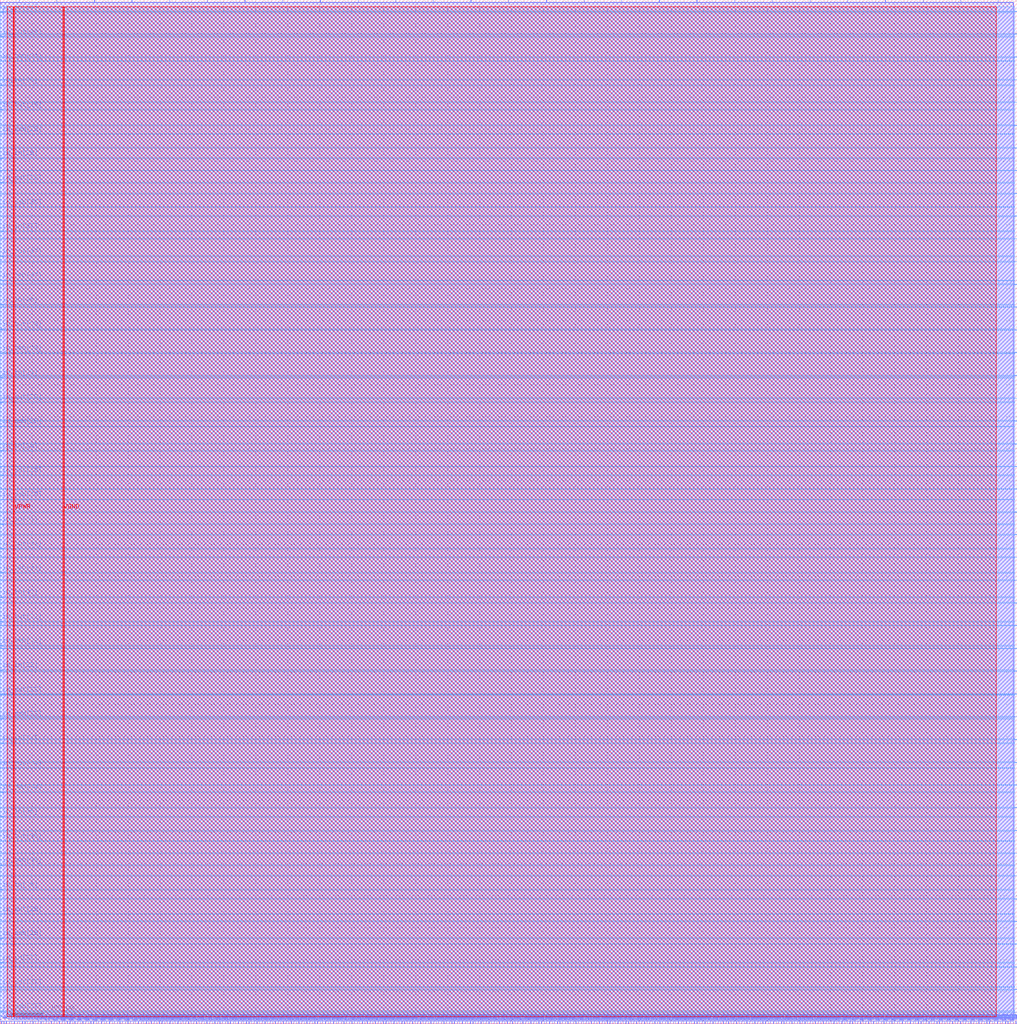
<source format=lef>
VERSION 5.7 ;
  NOWIREEXTENSIONATPIN ON ;
  DIVIDERCHAR "/" ;
  BUSBITCHARS "[]" ;
MACRO Ibtida_top_dffram_cv
  CLASS BLOCK ;
  FOREIGN Ibtida_top_dffram_cv ;
  ORIGIN 0.000 0.000 ;
  SIZE 1591.465 BY 1602.185 ;
  PIN io_in[0]
    DIRECTION INPUT ;
    PORT
      LAYER met3 ;
        RECT 1587.465 17.720 1591.465 18.320 ;
    END
  END io_in[0]
  PIN io_in[10]
    DIRECTION INPUT ;
    PORT
      LAYER met3 ;
        RECT 1587.465 1085.320 1591.465 1085.920 ;
    END
  END io_in[10]
  PIN io_in[11]
    DIRECTION INPUT ;
    PORT
      LAYER met3 ;
        RECT 1587.465 1192.080 1591.465 1192.680 ;
    END
  END io_in[11]
  PIN io_in[12]
    DIRECTION INPUT ;
    PORT
      LAYER met3 ;
        RECT 1587.465 1298.840 1591.465 1299.440 ;
    END
  END io_in[12]
  PIN io_in[13]
    DIRECTION INPUT ;
    PORT
      LAYER met3 ;
        RECT 1587.465 1405.600 1591.465 1406.200 ;
    END
  END io_in[13]
  PIN io_in[14]
    DIRECTION INPUT ;
    PORT
      LAYER met3 ;
        RECT 1587.465 1512.360 1591.465 1512.960 ;
    END
  END io_in[14]
  PIN io_in[15]
    DIRECTION INPUT ;
    PORT
      LAYER met2 ;
        RECT 1561.790 1598.185 1562.070 1602.185 ;
    END
  END io_in[15]
  PIN io_in[16]
    DIRECTION INPUT ;
    PORT
      LAYER met2 ;
        RECT 1385.150 1598.185 1385.430 1602.185 ;
    END
  END io_in[16]
  PIN io_in[17]
    DIRECTION INPUT ;
    PORT
      LAYER met2 ;
        RECT 1208.050 1598.185 1208.330 1602.185 ;
    END
  END io_in[17]
  PIN io_in[18]
    DIRECTION INPUT ;
    PORT
      LAYER met2 ;
        RECT 1031.410 1598.185 1031.690 1602.185 ;
    END
  END io_in[18]
  PIN io_in[19]
    DIRECTION INPUT ;
    PORT
      LAYER met2 ;
        RECT 854.770 1598.185 855.050 1602.185 ;
    END
  END io_in[19]
  PIN io_in[1]
    DIRECTION INPUT ;
    PORT
      LAYER met3 ;
        RECT 1587.465 124.480 1591.465 125.080 ;
    END
  END io_in[1]
  PIN io_in[20]
    DIRECTION INPUT ;
    PORT
      LAYER met2 ;
        RECT 677.670 1598.185 677.950 1602.185 ;
    END
  END io_in[20]
  PIN io_in[21]
    DIRECTION INPUT ;
    PORT
      LAYER met2 ;
        RECT 501.030 1598.185 501.310 1602.185 ;
    END
  END io_in[21]
  PIN io_in[22]
    DIRECTION INPUT ;
    PORT
      LAYER met2 ;
        RECT 323.930 1598.185 324.210 1602.185 ;
    END
  END io_in[22]
  PIN io_in[23]
    DIRECTION INPUT ;
    PORT
      LAYER met2 ;
        RECT 147.290 1598.185 147.570 1602.185 ;
    END
  END io_in[23]
  PIN io_in[24]
    DIRECTION INPUT ;
    PORT
      LAYER met3 ;
        RECT 0.000 1582.400 4.000 1583.000 ;
    END
  END io_in[24]
  PIN io_in[25]
    DIRECTION INPUT ;
    PORT
      LAYER met3 ;
        RECT 0.000 1468.160 4.000 1468.760 ;
    END
  END io_in[25]
  PIN io_in[26]
    DIRECTION INPUT ;
    PORT
      LAYER met3 ;
        RECT 0.000 1353.920 4.000 1354.520 ;
    END
  END io_in[26]
  PIN io_in[27]
    DIRECTION INPUT ;
    PORT
      LAYER met3 ;
        RECT 0.000 1239.680 4.000 1240.280 ;
    END
  END io_in[27]
  PIN io_in[28]
    DIRECTION INPUT ;
    PORT
      LAYER met3 ;
        RECT 0.000 1124.760 4.000 1125.360 ;
    END
  END io_in[28]
  PIN io_in[29]
    DIRECTION INPUT ;
    PORT
      LAYER met3 ;
        RECT 0.000 1010.520 4.000 1011.120 ;
    END
  END io_in[29]
  PIN io_in[2]
    DIRECTION INPUT ;
    PORT
      LAYER met3 ;
        RECT 1587.465 231.240 1591.465 231.840 ;
    END
  END io_in[2]
  PIN io_in[30]
    DIRECTION INPUT ;
    PORT
      LAYER met3 ;
        RECT 0.000 896.280 4.000 896.880 ;
    END
  END io_in[30]
  PIN io_in[31]
    DIRECTION INPUT ;
    PORT
      LAYER met3 ;
        RECT 0.000 781.360 4.000 781.960 ;
    END
  END io_in[31]
  PIN io_in[32]
    DIRECTION INPUT ;
    PORT
      LAYER met3 ;
        RECT 0.000 667.120 4.000 667.720 ;
    END
  END io_in[32]
  PIN io_in[33]
    DIRECTION INPUT ;
    PORT
      LAYER met3 ;
        RECT 0.000 552.880 4.000 553.480 ;
    END
  END io_in[33]
  PIN io_in[34]
    DIRECTION INPUT ;
    PORT
      LAYER met3 ;
        RECT 0.000 438.640 4.000 439.240 ;
    END
  END io_in[34]
  PIN io_in[35]
    DIRECTION INPUT ;
    PORT
      LAYER met3 ;
        RECT 0.000 323.720 4.000 324.320 ;
    END
  END io_in[35]
  PIN io_in[36]
    DIRECTION INPUT ;
    PORT
      LAYER met3 ;
        RECT 0.000 209.480 4.000 210.080 ;
    END
  END io_in[36]
  PIN io_in[37]
    DIRECTION INPUT ;
    PORT
      LAYER met3 ;
        RECT 0.000 95.240 4.000 95.840 ;
    END
  END io_in[37]
  PIN io_in[3]
    DIRECTION INPUT ;
    PORT
      LAYER met3 ;
        RECT 1587.465 338.000 1591.465 338.600 ;
    END
  END io_in[3]
  PIN io_in[4]
    DIRECTION INPUT ;
    PORT
      LAYER met3 ;
        RECT 1587.465 444.760 1591.465 445.360 ;
    END
  END io_in[4]
  PIN io_in[5]
    DIRECTION INPUT ;
    PORT
      LAYER met3 ;
        RECT 1587.465 551.520 1591.465 552.120 ;
    END
  END io_in[5]
  PIN io_in[6]
    DIRECTION INPUT ;
    PORT
      LAYER met3 ;
        RECT 1587.465 658.280 1591.465 658.880 ;
    END
  END io_in[6]
  PIN io_in[7]
    DIRECTION INPUT ;
    PORT
      LAYER met3 ;
        RECT 1587.465 765.040 1591.465 765.640 ;
    END
  END io_in[7]
  PIN io_in[8]
    DIRECTION INPUT ;
    PORT
      LAYER met3 ;
        RECT 1587.465 871.800 1591.465 872.400 ;
    END
  END io_in[8]
  PIN io_in[9]
    DIRECTION INPUT ;
    PORT
      LAYER met3 ;
        RECT 1587.465 978.560 1591.465 979.160 ;
    END
  END io_in[9]
  PIN io_oeb[0]
    DIRECTION OUTPUT TRISTATE ;
    PORT
      LAYER met3 ;
        RECT 1587.465 88.440 1591.465 89.040 ;
    END
  END io_oeb[0]
  PIN io_oeb[10]
    DIRECTION OUTPUT TRISTATE ;
    PORT
      LAYER met3 ;
        RECT 1587.465 1156.720 1591.465 1157.320 ;
    END
  END io_oeb[10]
  PIN io_oeb[11]
    DIRECTION OUTPUT TRISTATE ;
    PORT
      LAYER met3 ;
        RECT 1587.465 1263.480 1591.465 1264.080 ;
    END
  END io_oeb[11]
  PIN io_oeb[12]
    DIRECTION OUTPUT TRISTATE ;
    PORT
      LAYER met3 ;
        RECT 1587.465 1370.240 1591.465 1370.840 ;
    END
  END io_oeb[12]
  PIN io_oeb[13]
    DIRECTION OUTPUT TRISTATE ;
    PORT
      LAYER met3 ;
        RECT 1587.465 1477.000 1591.465 1477.600 ;
    END
  END io_oeb[13]
  PIN io_oeb[14]
    DIRECTION OUTPUT TRISTATE ;
    PORT
      LAYER met3 ;
        RECT 1587.465 1583.760 1591.465 1584.360 ;
    END
  END io_oeb[14]
  PIN io_oeb[15]
    DIRECTION OUTPUT TRISTATE ;
    PORT
      LAYER met2 ;
        RECT 1444.030 1598.185 1444.310 1602.185 ;
    END
  END io_oeb[15]
  PIN io_oeb[16]
    DIRECTION OUTPUT TRISTATE ;
    PORT
      LAYER met2 ;
        RECT 1267.390 1598.185 1267.670 1602.185 ;
    END
  END io_oeb[16]
  PIN io_oeb[17]
    DIRECTION OUTPUT TRISTATE ;
    PORT
      LAYER met2 ;
        RECT 1090.290 1598.185 1090.570 1602.185 ;
    END
  END io_oeb[17]
  PIN io_oeb[18]
    DIRECTION OUTPUT TRISTATE ;
    PORT
      LAYER met2 ;
        RECT 913.650 1598.185 913.930 1602.185 ;
    END
  END io_oeb[18]
  PIN io_oeb[19]
    DIRECTION OUTPUT TRISTATE ;
    PORT
      LAYER met2 ;
        RECT 736.550 1598.185 736.830 1602.185 ;
    END
  END io_oeb[19]
  PIN io_oeb[1]
    DIRECTION OUTPUT TRISTATE ;
    PORT
      LAYER met3 ;
        RECT 1587.465 195.200 1591.465 195.800 ;
    END
  END io_oeb[1]
  PIN io_oeb[20]
    DIRECTION OUTPUT TRISTATE ;
    PORT
      LAYER met2 ;
        RECT 559.910 1598.185 560.190 1602.185 ;
    END
  END io_oeb[20]
  PIN io_oeb[21]
    DIRECTION OUTPUT TRISTATE ;
    PORT
      LAYER met2 ;
        RECT 382.810 1598.185 383.090 1602.185 ;
    END
  END io_oeb[21]
  PIN io_oeb[22]
    DIRECTION OUTPUT TRISTATE ;
    PORT
      LAYER met2 ;
        RECT 206.170 1598.185 206.450 1602.185 ;
    END
  END io_oeb[22]
  PIN io_oeb[23]
    DIRECTION OUTPUT TRISTATE ;
    PORT
      LAYER met2 ;
        RECT 29.530 1598.185 29.810 1602.185 ;
    END
  END io_oeb[23]
  PIN io_oeb[24]
    DIRECTION OUTPUT TRISTATE ;
    PORT
      LAYER met3 ;
        RECT 0.000 1506.240 4.000 1506.840 ;
    END
  END io_oeb[24]
  PIN io_oeb[25]
    DIRECTION OUTPUT TRISTATE ;
    PORT
      LAYER met3 ;
        RECT 0.000 1392.000 4.000 1392.600 ;
    END
  END io_oeb[25]
  PIN io_oeb[26]
    DIRECTION OUTPUT TRISTATE ;
    PORT
      LAYER met3 ;
        RECT 0.000 1277.760 4.000 1278.360 ;
    END
  END io_oeb[26]
  PIN io_oeb[27]
    DIRECTION OUTPUT TRISTATE ;
    PORT
      LAYER met3 ;
        RECT 0.000 1162.840 4.000 1163.440 ;
    END
  END io_oeb[27]
  PIN io_oeb[28]
    DIRECTION OUTPUT TRISTATE ;
    PORT
      LAYER met3 ;
        RECT 0.000 1048.600 4.000 1049.200 ;
    END
  END io_oeb[28]
  PIN io_oeb[29]
    DIRECTION OUTPUT TRISTATE ;
    PORT
      LAYER met3 ;
        RECT 0.000 934.360 4.000 934.960 ;
    END
  END io_oeb[29]
  PIN io_oeb[2]
    DIRECTION OUTPUT TRISTATE ;
    PORT
      LAYER met3 ;
        RECT 1587.465 301.960 1591.465 302.560 ;
    END
  END io_oeb[2]
  PIN io_oeb[30]
    DIRECTION OUTPUT TRISTATE ;
    PORT
      LAYER met3 ;
        RECT 0.000 820.120 4.000 820.720 ;
    END
  END io_oeb[30]
  PIN io_oeb[31]
    DIRECTION OUTPUT TRISTATE ;
    PORT
      LAYER met3 ;
        RECT 0.000 705.200 4.000 705.800 ;
    END
  END io_oeb[31]
  PIN io_oeb[32]
    DIRECTION OUTPUT TRISTATE ;
    PORT
      LAYER met3 ;
        RECT 0.000 590.960 4.000 591.560 ;
    END
  END io_oeb[32]
  PIN io_oeb[33]
    DIRECTION OUTPUT TRISTATE ;
    PORT
      LAYER met3 ;
        RECT 0.000 476.720 4.000 477.320 ;
    END
  END io_oeb[33]
  PIN io_oeb[34]
    DIRECTION OUTPUT TRISTATE ;
    PORT
      LAYER met3 ;
        RECT 0.000 361.800 4.000 362.400 ;
    END
  END io_oeb[34]
  PIN io_oeb[35]
    DIRECTION OUTPUT TRISTATE ;
    PORT
      LAYER met3 ;
        RECT 0.000 247.560 4.000 248.160 ;
    END
  END io_oeb[35]
  PIN io_oeb[36]
    DIRECTION OUTPUT TRISTATE ;
    PORT
      LAYER met3 ;
        RECT 0.000 133.320 4.000 133.920 ;
    END
  END io_oeb[36]
  PIN io_oeb[37]
    DIRECTION OUTPUT TRISTATE ;
    PORT
      LAYER met3 ;
        RECT 0.000 19.080 4.000 19.680 ;
    END
  END io_oeb[37]
  PIN io_oeb[3]
    DIRECTION OUTPUT TRISTATE ;
    PORT
      LAYER met3 ;
        RECT 1587.465 408.720 1591.465 409.320 ;
    END
  END io_oeb[3]
  PIN io_oeb[4]
    DIRECTION OUTPUT TRISTATE ;
    PORT
      LAYER met3 ;
        RECT 1587.465 515.480 1591.465 516.080 ;
    END
  END io_oeb[4]
  PIN io_oeb[5]
    DIRECTION OUTPUT TRISTATE ;
    PORT
      LAYER met3 ;
        RECT 1587.465 622.920 1591.465 623.520 ;
    END
  END io_oeb[5]
  PIN io_oeb[6]
    DIRECTION OUTPUT TRISTATE ;
    PORT
      LAYER met3 ;
        RECT 1587.465 729.680 1591.465 730.280 ;
    END
  END io_oeb[6]
  PIN io_oeb[7]
    DIRECTION OUTPUT TRISTATE ;
    PORT
      LAYER met3 ;
        RECT 1587.465 836.440 1591.465 837.040 ;
    END
  END io_oeb[7]
  PIN io_oeb[8]
    DIRECTION OUTPUT TRISTATE ;
    PORT
      LAYER met3 ;
        RECT 1587.465 943.200 1591.465 943.800 ;
    END
  END io_oeb[8]
  PIN io_oeb[9]
    DIRECTION OUTPUT TRISTATE ;
    PORT
      LAYER met3 ;
        RECT 1587.465 1049.960 1591.465 1050.560 ;
    END
  END io_oeb[9]
  PIN io_out[0]
    DIRECTION OUTPUT TRISTATE ;
    PORT
      LAYER met3 ;
        RECT 1587.465 53.080 1591.465 53.680 ;
    END
  END io_out[0]
  PIN io_out[10]
    DIRECTION OUTPUT TRISTATE ;
    PORT
      LAYER met3 ;
        RECT 1587.465 1121.360 1591.465 1121.960 ;
    END
  END io_out[10]
  PIN io_out[11]
    DIRECTION OUTPUT TRISTATE ;
    PORT
      LAYER met3 ;
        RECT 1587.465 1228.120 1591.465 1228.720 ;
    END
  END io_out[11]
  PIN io_out[12]
    DIRECTION OUTPUT TRISTATE ;
    PORT
      LAYER met3 ;
        RECT 1587.465 1334.880 1591.465 1335.480 ;
    END
  END io_out[12]
  PIN io_out[13]
    DIRECTION OUTPUT TRISTATE ;
    PORT
      LAYER met3 ;
        RECT 1587.465 1441.640 1591.465 1442.240 ;
    END
  END io_out[13]
  PIN io_out[14]
    DIRECTION OUTPUT TRISTATE ;
    PORT
      LAYER met3 ;
        RECT 1587.465 1548.400 1591.465 1549.000 ;
    END
  END io_out[14]
  PIN io_out[15]
    DIRECTION OUTPUT TRISTATE ;
    PORT
      LAYER met2 ;
        RECT 1502.910 1598.185 1503.190 1602.185 ;
    END
  END io_out[15]
  PIN io_out[16]
    DIRECTION OUTPUT TRISTATE ;
    PORT
      LAYER met2 ;
        RECT 1326.270 1598.185 1326.550 1602.185 ;
    END
  END io_out[16]
  PIN io_out[17]
    DIRECTION OUTPUT TRISTATE ;
    PORT
      LAYER met2 ;
        RECT 1149.170 1598.185 1149.450 1602.185 ;
    END
  END io_out[17]
  PIN io_out[18]
    DIRECTION OUTPUT TRISTATE ;
    PORT
      LAYER met2 ;
        RECT 972.530 1598.185 972.810 1602.185 ;
    END
  END io_out[18]
  PIN io_out[19]
    DIRECTION OUTPUT TRISTATE ;
    PORT
      LAYER met2 ;
        RECT 795.430 1598.185 795.710 1602.185 ;
    END
  END io_out[19]
  PIN io_out[1]
    DIRECTION OUTPUT TRISTATE ;
    PORT
      LAYER met3 ;
        RECT 1587.465 159.840 1591.465 160.440 ;
    END
  END io_out[1]
  PIN io_out[20]
    DIRECTION OUTPUT TRISTATE ;
    PORT
      LAYER met2 ;
        RECT 618.790 1598.185 619.070 1602.185 ;
    END
  END io_out[20]
  PIN io_out[21]
    DIRECTION OUTPUT TRISTATE ;
    PORT
      LAYER met2 ;
        RECT 442.150 1598.185 442.430 1602.185 ;
    END
  END io_out[21]
  PIN io_out[22]
    DIRECTION OUTPUT TRISTATE ;
    PORT
      LAYER met2 ;
        RECT 265.050 1598.185 265.330 1602.185 ;
    END
  END io_out[22]
  PIN io_out[23]
    DIRECTION OUTPUT TRISTATE ;
    PORT
      LAYER met2 ;
        RECT 88.410 1598.185 88.690 1602.185 ;
    END
  END io_out[23]
  PIN io_out[24]
    DIRECTION OUTPUT TRISTATE ;
    PORT
      LAYER met3 ;
        RECT 0.000 1544.320 4.000 1544.920 ;
    END
  END io_out[24]
  PIN io_out[25]
    DIRECTION OUTPUT TRISTATE ;
    PORT
      LAYER met3 ;
        RECT 0.000 1430.080 4.000 1430.680 ;
    END
  END io_out[25]
  PIN io_out[26]
    DIRECTION OUTPUT TRISTATE ;
    PORT
      LAYER met3 ;
        RECT 0.000 1315.840 4.000 1316.440 ;
    END
  END io_out[26]
  PIN io_out[27]
    DIRECTION OUTPUT TRISTATE ;
    PORT
      LAYER met3 ;
        RECT 0.000 1200.920 4.000 1201.520 ;
    END
  END io_out[27]
  PIN io_out[28]
    DIRECTION OUTPUT TRISTATE ;
    PORT
      LAYER met3 ;
        RECT 0.000 1086.680 4.000 1087.280 ;
    END
  END io_out[28]
  PIN io_out[29]
    DIRECTION OUTPUT TRISTATE ;
    PORT
      LAYER met3 ;
        RECT 0.000 972.440 4.000 973.040 ;
    END
  END io_out[29]
  PIN io_out[2]
    DIRECTION OUTPUT TRISTATE ;
    PORT
      LAYER met3 ;
        RECT 1587.465 266.600 1591.465 267.200 ;
    END
  END io_out[2]
  PIN io_out[30]
    DIRECTION OUTPUT TRISTATE ;
    PORT
      LAYER met3 ;
        RECT 0.000 858.200 4.000 858.800 ;
    END
  END io_out[30]
  PIN io_out[31]
    DIRECTION OUTPUT TRISTATE ;
    PORT
      LAYER met3 ;
        RECT 0.000 743.280 4.000 743.880 ;
    END
  END io_out[31]
  PIN io_out[32]
    DIRECTION OUTPUT TRISTATE ;
    PORT
      LAYER met3 ;
        RECT 0.000 629.040 4.000 629.640 ;
    END
  END io_out[32]
  PIN io_out[33]
    DIRECTION OUTPUT TRISTATE ;
    PORT
      LAYER met3 ;
        RECT 0.000 514.800 4.000 515.400 ;
    END
  END io_out[33]
  PIN io_out[34]
    DIRECTION OUTPUT TRISTATE ;
    PORT
      LAYER met3 ;
        RECT 0.000 399.880 4.000 400.480 ;
    END
  END io_out[34]
  PIN io_out[35]
    DIRECTION OUTPUT TRISTATE ;
    PORT
      LAYER met3 ;
        RECT 0.000 285.640 4.000 286.240 ;
    END
  END io_out[35]
  PIN io_out[36]
    DIRECTION OUTPUT TRISTATE ;
    PORT
      LAYER met3 ;
        RECT 0.000 171.400 4.000 172.000 ;
    END
  END io_out[36]
  PIN io_out[37]
    DIRECTION OUTPUT TRISTATE ;
    PORT
      LAYER met3 ;
        RECT 0.000 57.160 4.000 57.760 ;
    END
  END io_out[37]
  PIN io_out[3]
    DIRECTION OUTPUT TRISTATE ;
    PORT
      LAYER met3 ;
        RECT 1587.465 373.360 1591.465 373.960 ;
    END
  END io_out[3]
  PIN io_out[4]
    DIRECTION OUTPUT TRISTATE ;
    PORT
      LAYER met3 ;
        RECT 1587.465 480.120 1591.465 480.720 ;
    END
  END io_out[4]
  PIN io_out[5]
    DIRECTION OUTPUT TRISTATE ;
    PORT
      LAYER met3 ;
        RECT 1587.465 586.880 1591.465 587.480 ;
    END
  END io_out[5]
  PIN io_out[6]
    DIRECTION OUTPUT TRISTATE ;
    PORT
      LAYER met3 ;
        RECT 1587.465 693.640 1591.465 694.240 ;
    END
  END io_out[6]
  PIN io_out[7]
    DIRECTION OUTPUT TRISTATE ;
    PORT
      LAYER met3 ;
        RECT 1587.465 800.400 1591.465 801.000 ;
    END
  END io_out[7]
  PIN io_out[8]
    DIRECTION OUTPUT TRISTATE ;
    PORT
      LAYER met3 ;
        RECT 1587.465 907.160 1591.465 907.760 ;
    END
  END io_out[8]
  PIN io_out[9]
    DIRECTION OUTPUT TRISTATE ;
    PORT
      LAYER met3 ;
        RECT 1587.465 1013.920 1591.465 1014.520 ;
    END
  END io_out[9]
  PIN la_data_in[0]
    DIRECTION INPUT ;
    PORT
      LAYER met2 ;
        RECT 9.750 0.000 10.030 4.000 ;
    END
  END la_data_in[0]
  PIN la_data_in[100]
    DIRECTION INPUT ;
    PORT
      LAYER met2 ;
        RECT 1247.150 0.000 1247.430 4.000 ;
    END
  END la_data_in[100]
  PIN la_data_in[101]
    DIRECTION INPUT ;
    PORT
      LAYER met2 ;
        RECT 1259.110 0.000 1259.390 4.000 ;
    END
  END la_data_in[101]
  PIN la_data_in[102]
    DIRECTION INPUT ;
    PORT
      LAYER met2 ;
        RECT 1271.530 0.000 1271.810 4.000 ;
    END
  END la_data_in[102]
  PIN la_data_in[103]
    DIRECTION INPUT ;
    PORT
      LAYER met2 ;
        RECT 1283.950 0.000 1284.230 4.000 ;
    END
  END la_data_in[103]
  PIN la_data_in[104]
    DIRECTION INPUT ;
    PORT
      LAYER met2 ;
        RECT 1296.370 0.000 1296.650 4.000 ;
    END
  END la_data_in[104]
  PIN la_data_in[105]
    DIRECTION INPUT ;
    PORT
      LAYER met2 ;
        RECT 1308.790 0.000 1309.070 4.000 ;
    END
  END la_data_in[105]
  PIN la_data_in[106]
    DIRECTION INPUT ;
    PORT
      LAYER met2 ;
        RECT 1321.210 0.000 1321.490 4.000 ;
    END
  END la_data_in[106]
  PIN la_data_in[107]
    DIRECTION INPUT ;
    PORT
      LAYER met2 ;
        RECT 1333.630 0.000 1333.910 4.000 ;
    END
  END la_data_in[107]
  PIN la_data_in[108]
    DIRECTION INPUT ;
    PORT
      LAYER met2 ;
        RECT 1346.050 0.000 1346.330 4.000 ;
    END
  END la_data_in[108]
  PIN la_data_in[109]
    DIRECTION INPUT ;
    PORT
      LAYER met2 ;
        RECT 1358.470 0.000 1358.750 4.000 ;
    END
  END la_data_in[109]
  PIN la_data_in[10]
    DIRECTION INPUT ;
    PORT
      LAYER met2 ;
        RECT 133.490 0.000 133.770 4.000 ;
    END
  END la_data_in[10]
  PIN la_data_in[110]
    DIRECTION INPUT ;
    PORT
      LAYER met2 ;
        RECT 1370.430 0.000 1370.710 4.000 ;
    END
  END la_data_in[110]
  PIN la_data_in[111]
    DIRECTION INPUT ;
    PORT
      LAYER met2 ;
        RECT 1382.850 0.000 1383.130 4.000 ;
    END
  END la_data_in[111]
  PIN la_data_in[112]
    DIRECTION INPUT ;
    PORT
      LAYER met2 ;
        RECT 1395.270 0.000 1395.550 4.000 ;
    END
  END la_data_in[112]
  PIN la_data_in[113]
    DIRECTION INPUT ;
    PORT
      LAYER met2 ;
        RECT 1407.690 0.000 1407.970 4.000 ;
    END
  END la_data_in[113]
  PIN la_data_in[114]
    DIRECTION INPUT ;
    PORT
      LAYER met2 ;
        RECT 1420.110 0.000 1420.390 4.000 ;
    END
  END la_data_in[114]
  PIN la_data_in[115]
    DIRECTION INPUT ;
    PORT
      LAYER met2 ;
        RECT 1432.530 0.000 1432.810 4.000 ;
    END
  END la_data_in[115]
  PIN la_data_in[116]
    DIRECTION INPUT ;
    PORT
      LAYER met2 ;
        RECT 1444.950 0.000 1445.230 4.000 ;
    END
  END la_data_in[116]
  PIN la_data_in[117]
    DIRECTION INPUT ;
    PORT
      LAYER met2 ;
        RECT 1457.370 0.000 1457.650 4.000 ;
    END
  END la_data_in[117]
  PIN la_data_in[118]
    DIRECTION INPUT ;
    PORT
      LAYER met2 ;
        RECT 1469.790 0.000 1470.070 4.000 ;
    END
  END la_data_in[118]
  PIN la_data_in[119]
    DIRECTION INPUT ;
    PORT
      LAYER met2 ;
        RECT 1481.750 0.000 1482.030 4.000 ;
    END
  END la_data_in[119]
  PIN la_data_in[11]
    DIRECTION INPUT ;
    PORT
      LAYER met2 ;
        RECT 145.910 0.000 146.190 4.000 ;
    END
  END la_data_in[11]
  PIN la_data_in[120]
    DIRECTION INPUT ;
    PORT
      LAYER met2 ;
        RECT 1494.170 0.000 1494.450 4.000 ;
    END
  END la_data_in[120]
  PIN la_data_in[121]
    DIRECTION INPUT ;
    PORT
      LAYER met2 ;
        RECT 1506.590 0.000 1506.870 4.000 ;
    END
  END la_data_in[121]
  PIN la_data_in[122]
    DIRECTION INPUT ;
    PORT
      LAYER met2 ;
        RECT 1519.010 0.000 1519.290 4.000 ;
    END
  END la_data_in[122]
  PIN la_data_in[123]
    DIRECTION INPUT ;
    PORT
      LAYER met2 ;
        RECT 1531.430 0.000 1531.710 4.000 ;
    END
  END la_data_in[123]
  PIN la_data_in[124]
    DIRECTION INPUT ;
    PORT
      LAYER met2 ;
        RECT 1543.850 0.000 1544.130 4.000 ;
    END
  END la_data_in[124]
  PIN la_data_in[125]
    DIRECTION INPUT ;
    PORT
      LAYER met2 ;
        RECT 1556.270 0.000 1556.550 4.000 ;
    END
  END la_data_in[125]
  PIN la_data_in[126]
    DIRECTION INPUT ;
    PORT
      LAYER met2 ;
        RECT 1568.690 0.000 1568.970 4.000 ;
    END
  END la_data_in[126]
  PIN la_data_in[127]
    DIRECTION INPUT ;
    PORT
      LAYER met2 ;
        RECT 1581.110 0.000 1581.390 4.000 ;
    END
  END la_data_in[127]
  PIN la_data_in[12]
    DIRECTION INPUT ;
    PORT
      LAYER met2 ;
        RECT 158.330 0.000 158.610 4.000 ;
    END
  END la_data_in[12]
  PIN la_data_in[13]
    DIRECTION INPUT ;
    PORT
      LAYER met2 ;
        RECT 170.750 0.000 171.030 4.000 ;
    END
  END la_data_in[13]
  PIN la_data_in[14]
    DIRECTION INPUT ;
    PORT
      LAYER met2 ;
        RECT 183.170 0.000 183.450 4.000 ;
    END
  END la_data_in[14]
  PIN la_data_in[15]
    DIRECTION INPUT ;
    PORT
      LAYER met2 ;
        RECT 195.590 0.000 195.870 4.000 ;
    END
  END la_data_in[15]
  PIN la_data_in[16]
    DIRECTION INPUT ;
    PORT
      LAYER met2 ;
        RECT 208.010 0.000 208.290 4.000 ;
    END
  END la_data_in[16]
  PIN la_data_in[17]
    DIRECTION INPUT ;
    PORT
      LAYER met2 ;
        RECT 220.430 0.000 220.710 4.000 ;
    END
  END la_data_in[17]
  PIN la_data_in[18]
    DIRECTION INPUT ;
    PORT
      LAYER met2 ;
        RECT 232.390 0.000 232.670 4.000 ;
    END
  END la_data_in[18]
  PIN la_data_in[19]
    DIRECTION INPUT ;
    PORT
      LAYER met2 ;
        RECT 244.810 0.000 245.090 4.000 ;
    END
  END la_data_in[19]
  PIN la_data_in[1]
    DIRECTION INPUT ;
    PORT
      LAYER met2 ;
        RECT 22.170 0.000 22.450 4.000 ;
    END
  END la_data_in[1]
  PIN la_data_in[20]
    DIRECTION INPUT ;
    PORT
      LAYER met2 ;
        RECT 257.230 0.000 257.510 4.000 ;
    END
  END la_data_in[20]
  PIN la_data_in[21]
    DIRECTION INPUT ;
    PORT
      LAYER met2 ;
        RECT 269.650 0.000 269.930 4.000 ;
    END
  END la_data_in[21]
  PIN la_data_in[22]
    DIRECTION INPUT ;
    PORT
      LAYER met2 ;
        RECT 282.070 0.000 282.350 4.000 ;
    END
  END la_data_in[22]
  PIN la_data_in[23]
    DIRECTION INPUT ;
    PORT
      LAYER met2 ;
        RECT 294.490 0.000 294.770 4.000 ;
    END
  END la_data_in[23]
  PIN la_data_in[24]
    DIRECTION INPUT ;
    PORT
      LAYER met2 ;
        RECT 306.910 0.000 307.190 4.000 ;
    END
  END la_data_in[24]
  PIN la_data_in[25]
    DIRECTION INPUT ;
    PORT
      LAYER met2 ;
        RECT 319.330 0.000 319.610 4.000 ;
    END
  END la_data_in[25]
  PIN la_data_in[26]
    DIRECTION INPUT ;
    PORT
      LAYER met2 ;
        RECT 331.750 0.000 332.030 4.000 ;
    END
  END la_data_in[26]
  PIN la_data_in[27]
    DIRECTION INPUT ;
    PORT
      LAYER met2 ;
        RECT 343.710 0.000 343.990 4.000 ;
    END
  END la_data_in[27]
  PIN la_data_in[28]
    DIRECTION INPUT ;
    PORT
      LAYER met2 ;
        RECT 356.130 0.000 356.410 4.000 ;
    END
  END la_data_in[28]
  PIN la_data_in[29]
    DIRECTION INPUT ;
    PORT
      LAYER met2 ;
        RECT 368.550 0.000 368.830 4.000 ;
    END
  END la_data_in[29]
  PIN la_data_in[2]
    DIRECTION INPUT ;
    PORT
      LAYER met2 ;
        RECT 34.590 0.000 34.870 4.000 ;
    END
  END la_data_in[2]
  PIN la_data_in[30]
    DIRECTION INPUT ;
    PORT
      LAYER met2 ;
        RECT 380.970 0.000 381.250 4.000 ;
    END
  END la_data_in[30]
  PIN la_data_in[31]
    DIRECTION INPUT ;
    PORT
      LAYER met2 ;
        RECT 393.390 0.000 393.670 4.000 ;
    END
  END la_data_in[31]
  PIN la_data_in[32]
    DIRECTION INPUT ;
    PORT
      LAYER met2 ;
        RECT 405.810 0.000 406.090 4.000 ;
    END
  END la_data_in[32]
  PIN la_data_in[33]
    DIRECTION INPUT ;
    PORT
      LAYER met2 ;
        RECT 418.230 0.000 418.510 4.000 ;
    END
  END la_data_in[33]
  PIN la_data_in[34]
    DIRECTION INPUT ;
    PORT
      LAYER met2 ;
        RECT 430.650 0.000 430.930 4.000 ;
    END
  END la_data_in[34]
  PIN la_data_in[35]
    DIRECTION INPUT ;
    PORT
      LAYER met2 ;
        RECT 443.070 0.000 443.350 4.000 ;
    END
  END la_data_in[35]
  PIN la_data_in[36]
    DIRECTION INPUT ;
    PORT
      LAYER met2 ;
        RECT 455.490 0.000 455.770 4.000 ;
    END
  END la_data_in[36]
  PIN la_data_in[37]
    DIRECTION INPUT ;
    PORT
      LAYER met2 ;
        RECT 467.450 0.000 467.730 4.000 ;
    END
  END la_data_in[37]
  PIN la_data_in[38]
    DIRECTION INPUT ;
    PORT
      LAYER met2 ;
        RECT 479.870 0.000 480.150 4.000 ;
    END
  END la_data_in[38]
  PIN la_data_in[39]
    DIRECTION INPUT ;
    PORT
      LAYER met2 ;
        RECT 492.290 0.000 492.570 4.000 ;
    END
  END la_data_in[39]
  PIN la_data_in[3]
    DIRECTION INPUT ;
    PORT
      LAYER met2 ;
        RECT 47.010 0.000 47.290 4.000 ;
    END
  END la_data_in[3]
  PIN la_data_in[40]
    DIRECTION INPUT ;
    PORT
      LAYER met2 ;
        RECT 504.710 0.000 504.990 4.000 ;
    END
  END la_data_in[40]
  PIN la_data_in[41]
    DIRECTION INPUT ;
    PORT
      LAYER met2 ;
        RECT 517.130 0.000 517.410 4.000 ;
    END
  END la_data_in[41]
  PIN la_data_in[42]
    DIRECTION INPUT ;
    PORT
      LAYER met2 ;
        RECT 529.550 0.000 529.830 4.000 ;
    END
  END la_data_in[42]
  PIN la_data_in[43]
    DIRECTION INPUT ;
    PORT
      LAYER met2 ;
        RECT 541.970 0.000 542.250 4.000 ;
    END
  END la_data_in[43]
  PIN la_data_in[44]
    DIRECTION INPUT ;
    PORT
      LAYER met2 ;
        RECT 554.390 0.000 554.670 4.000 ;
    END
  END la_data_in[44]
  PIN la_data_in[45]
    DIRECTION INPUT ;
    PORT
      LAYER met2 ;
        RECT 566.810 0.000 567.090 4.000 ;
    END
  END la_data_in[45]
  PIN la_data_in[46]
    DIRECTION INPUT ;
    PORT
      LAYER met2 ;
        RECT 578.770 0.000 579.050 4.000 ;
    END
  END la_data_in[46]
  PIN la_data_in[47]
    DIRECTION INPUT ;
    PORT
      LAYER met2 ;
        RECT 591.190 0.000 591.470 4.000 ;
    END
  END la_data_in[47]
  PIN la_data_in[48]
    DIRECTION INPUT ;
    PORT
      LAYER met2 ;
        RECT 603.610 0.000 603.890 4.000 ;
    END
  END la_data_in[48]
  PIN la_data_in[49]
    DIRECTION INPUT ;
    PORT
      LAYER met2 ;
        RECT 616.030 0.000 616.310 4.000 ;
    END
  END la_data_in[49]
  PIN la_data_in[4]
    DIRECTION INPUT ;
    PORT
      LAYER met2 ;
        RECT 59.430 0.000 59.710 4.000 ;
    END
  END la_data_in[4]
  PIN la_data_in[50]
    DIRECTION INPUT ;
    PORT
      LAYER met2 ;
        RECT 628.450 0.000 628.730 4.000 ;
    END
  END la_data_in[50]
  PIN la_data_in[51]
    DIRECTION INPUT ;
    PORT
      LAYER met2 ;
        RECT 640.870 0.000 641.150 4.000 ;
    END
  END la_data_in[51]
  PIN la_data_in[52]
    DIRECTION INPUT ;
    PORT
      LAYER met2 ;
        RECT 653.290 0.000 653.570 4.000 ;
    END
  END la_data_in[52]
  PIN la_data_in[53]
    DIRECTION INPUT ;
    PORT
      LAYER met2 ;
        RECT 665.710 0.000 665.990 4.000 ;
    END
  END la_data_in[53]
  PIN la_data_in[54]
    DIRECTION INPUT ;
    PORT
      LAYER met2 ;
        RECT 678.130 0.000 678.410 4.000 ;
    END
  END la_data_in[54]
  PIN la_data_in[55]
    DIRECTION INPUT ;
    PORT
      LAYER met2 ;
        RECT 690.090 0.000 690.370 4.000 ;
    END
  END la_data_in[55]
  PIN la_data_in[56]
    DIRECTION INPUT ;
    PORT
      LAYER met2 ;
        RECT 702.510 0.000 702.790 4.000 ;
    END
  END la_data_in[56]
  PIN la_data_in[57]
    DIRECTION INPUT ;
    PORT
      LAYER met2 ;
        RECT 714.930 0.000 715.210 4.000 ;
    END
  END la_data_in[57]
  PIN la_data_in[58]
    DIRECTION INPUT ;
    PORT
      LAYER met2 ;
        RECT 727.350 0.000 727.630 4.000 ;
    END
  END la_data_in[58]
  PIN la_data_in[59]
    DIRECTION INPUT ;
    PORT
      LAYER met2 ;
        RECT 739.770 0.000 740.050 4.000 ;
    END
  END la_data_in[59]
  PIN la_data_in[5]
    DIRECTION INPUT ;
    PORT
      LAYER met2 ;
        RECT 71.850 0.000 72.130 4.000 ;
    END
  END la_data_in[5]
  PIN la_data_in[60]
    DIRECTION INPUT ;
    PORT
      LAYER met2 ;
        RECT 752.190 0.000 752.470 4.000 ;
    END
  END la_data_in[60]
  PIN la_data_in[61]
    DIRECTION INPUT ;
    PORT
      LAYER met2 ;
        RECT 764.610 0.000 764.890 4.000 ;
    END
  END la_data_in[61]
  PIN la_data_in[62]
    DIRECTION INPUT ;
    PORT
      LAYER met2 ;
        RECT 777.030 0.000 777.310 4.000 ;
    END
  END la_data_in[62]
  PIN la_data_in[63]
    DIRECTION INPUT ;
    PORT
      LAYER met2 ;
        RECT 789.450 0.000 789.730 4.000 ;
    END
  END la_data_in[63]
  PIN la_data_in[64]
    DIRECTION INPUT ;
    PORT
      LAYER met2 ;
        RECT 801.410 0.000 801.690 4.000 ;
    END
  END la_data_in[64]
  PIN la_data_in[65]
    DIRECTION INPUT ;
    PORT
      LAYER met2 ;
        RECT 813.830 0.000 814.110 4.000 ;
    END
  END la_data_in[65]
  PIN la_data_in[66]
    DIRECTION INPUT ;
    PORT
      LAYER met2 ;
        RECT 826.250 0.000 826.530 4.000 ;
    END
  END la_data_in[66]
  PIN la_data_in[67]
    DIRECTION INPUT ;
    PORT
      LAYER met2 ;
        RECT 838.670 0.000 838.950 4.000 ;
    END
  END la_data_in[67]
  PIN la_data_in[68]
    DIRECTION INPUT ;
    PORT
      LAYER met2 ;
        RECT 851.090 0.000 851.370 4.000 ;
    END
  END la_data_in[68]
  PIN la_data_in[69]
    DIRECTION INPUT ;
    PORT
      LAYER met2 ;
        RECT 863.510 0.000 863.790 4.000 ;
    END
  END la_data_in[69]
  PIN la_data_in[6]
    DIRECTION INPUT ;
    PORT
      LAYER met2 ;
        RECT 84.270 0.000 84.550 4.000 ;
    END
  END la_data_in[6]
  PIN la_data_in[70]
    DIRECTION INPUT ;
    PORT
      LAYER met2 ;
        RECT 875.930 0.000 876.210 4.000 ;
    END
  END la_data_in[70]
  PIN la_data_in[71]
    DIRECTION INPUT ;
    PORT
      LAYER met2 ;
        RECT 888.350 0.000 888.630 4.000 ;
    END
  END la_data_in[71]
  PIN la_data_in[72]
    DIRECTION INPUT ;
    PORT
      LAYER met2 ;
        RECT 900.770 0.000 901.050 4.000 ;
    END
  END la_data_in[72]
  PIN la_data_in[73]
    DIRECTION INPUT ;
    PORT
      LAYER met2 ;
        RECT 912.730 0.000 913.010 4.000 ;
    END
  END la_data_in[73]
  PIN la_data_in[74]
    DIRECTION INPUT ;
    PORT
      LAYER met2 ;
        RECT 925.150 0.000 925.430 4.000 ;
    END
  END la_data_in[74]
  PIN la_data_in[75]
    DIRECTION INPUT ;
    PORT
      LAYER met2 ;
        RECT 937.570 0.000 937.850 4.000 ;
    END
  END la_data_in[75]
  PIN la_data_in[76]
    DIRECTION INPUT ;
    PORT
      LAYER met2 ;
        RECT 949.990 0.000 950.270 4.000 ;
    END
  END la_data_in[76]
  PIN la_data_in[77]
    DIRECTION INPUT ;
    PORT
      LAYER met2 ;
        RECT 962.410 0.000 962.690 4.000 ;
    END
  END la_data_in[77]
  PIN la_data_in[78]
    DIRECTION INPUT ;
    PORT
      LAYER met2 ;
        RECT 974.830 0.000 975.110 4.000 ;
    END
  END la_data_in[78]
  PIN la_data_in[79]
    DIRECTION INPUT ;
    PORT
      LAYER met2 ;
        RECT 987.250 0.000 987.530 4.000 ;
    END
  END la_data_in[79]
  PIN la_data_in[7]
    DIRECTION INPUT ;
    PORT
      LAYER met2 ;
        RECT 96.690 0.000 96.970 4.000 ;
    END
  END la_data_in[7]
  PIN la_data_in[80]
    DIRECTION INPUT ;
    PORT
      LAYER met2 ;
        RECT 999.670 0.000 999.950 4.000 ;
    END
  END la_data_in[80]
  PIN la_data_in[81]
    DIRECTION INPUT ;
    PORT
      LAYER met2 ;
        RECT 1012.090 0.000 1012.370 4.000 ;
    END
  END la_data_in[81]
  PIN la_data_in[82]
    DIRECTION INPUT ;
    PORT
      LAYER met2 ;
        RECT 1024.510 0.000 1024.790 4.000 ;
    END
  END la_data_in[82]
  PIN la_data_in[83]
    DIRECTION INPUT ;
    PORT
      LAYER met2 ;
        RECT 1036.470 0.000 1036.750 4.000 ;
    END
  END la_data_in[83]
  PIN la_data_in[84]
    DIRECTION INPUT ;
    PORT
      LAYER met2 ;
        RECT 1048.890 0.000 1049.170 4.000 ;
    END
  END la_data_in[84]
  PIN la_data_in[85]
    DIRECTION INPUT ;
    PORT
      LAYER met2 ;
        RECT 1061.310 0.000 1061.590 4.000 ;
    END
  END la_data_in[85]
  PIN la_data_in[86]
    DIRECTION INPUT ;
    PORT
      LAYER met2 ;
        RECT 1073.730 0.000 1074.010 4.000 ;
    END
  END la_data_in[86]
  PIN la_data_in[87]
    DIRECTION INPUT ;
    PORT
      LAYER met2 ;
        RECT 1086.150 0.000 1086.430 4.000 ;
    END
  END la_data_in[87]
  PIN la_data_in[88]
    DIRECTION INPUT ;
    PORT
      LAYER met2 ;
        RECT 1098.570 0.000 1098.850 4.000 ;
    END
  END la_data_in[88]
  PIN la_data_in[89]
    DIRECTION INPUT ;
    PORT
      LAYER met2 ;
        RECT 1110.990 0.000 1111.270 4.000 ;
    END
  END la_data_in[89]
  PIN la_data_in[8]
    DIRECTION INPUT ;
    PORT
      LAYER met2 ;
        RECT 109.110 0.000 109.390 4.000 ;
    END
  END la_data_in[8]
  PIN la_data_in[90]
    DIRECTION INPUT ;
    PORT
      LAYER met2 ;
        RECT 1123.410 0.000 1123.690 4.000 ;
    END
  END la_data_in[90]
  PIN la_data_in[91]
    DIRECTION INPUT ;
    PORT
      LAYER met2 ;
        RECT 1135.830 0.000 1136.110 4.000 ;
    END
  END la_data_in[91]
  PIN la_data_in[92]
    DIRECTION INPUT ;
    PORT
      LAYER met2 ;
        RECT 1147.790 0.000 1148.070 4.000 ;
    END
  END la_data_in[92]
  PIN la_data_in[93]
    DIRECTION INPUT ;
    PORT
      LAYER met2 ;
        RECT 1160.210 0.000 1160.490 4.000 ;
    END
  END la_data_in[93]
  PIN la_data_in[94]
    DIRECTION INPUT ;
    PORT
      LAYER met2 ;
        RECT 1172.630 0.000 1172.910 4.000 ;
    END
  END la_data_in[94]
  PIN la_data_in[95]
    DIRECTION INPUT ;
    PORT
      LAYER met2 ;
        RECT 1185.050 0.000 1185.330 4.000 ;
    END
  END la_data_in[95]
  PIN la_data_in[96]
    DIRECTION INPUT ;
    PORT
      LAYER met2 ;
        RECT 1197.470 0.000 1197.750 4.000 ;
    END
  END la_data_in[96]
  PIN la_data_in[97]
    DIRECTION INPUT ;
    PORT
      LAYER met2 ;
        RECT 1209.890 0.000 1210.170 4.000 ;
    END
  END la_data_in[97]
  PIN la_data_in[98]
    DIRECTION INPUT ;
    PORT
      LAYER met2 ;
        RECT 1222.310 0.000 1222.590 4.000 ;
    END
  END la_data_in[98]
  PIN la_data_in[99]
    DIRECTION INPUT ;
    PORT
      LAYER met2 ;
        RECT 1234.730 0.000 1235.010 4.000 ;
    END
  END la_data_in[99]
  PIN la_data_in[9]
    DIRECTION INPUT ;
    PORT
      LAYER met2 ;
        RECT 121.070 0.000 121.350 4.000 ;
    END
  END la_data_in[9]
  PIN la_data_out[0]
    DIRECTION OUTPUT TRISTATE ;
    PORT
      LAYER met2 ;
        RECT 13.890 0.000 14.170 4.000 ;
    END
  END la_data_out[0]
  PIN la_data_out[100]
    DIRECTION OUTPUT TRISTATE ;
    PORT
      LAYER met2 ;
        RECT 1251.290 0.000 1251.570 4.000 ;
    END
  END la_data_out[100]
  PIN la_data_out[101]
    DIRECTION OUTPUT TRISTATE ;
    PORT
      LAYER met2 ;
        RECT 1263.250 0.000 1263.530 4.000 ;
    END
  END la_data_out[101]
  PIN la_data_out[102]
    DIRECTION OUTPUT TRISTATE ;
    PORT
      LAYER met2 ;
        RECT 1275.670 0.000 1275.950 4.000 ;
    END
  END la_data_out[102]
  PIN la_data_out[103]
    DIRECTION OUTPUT TRISTATE ;
    PORT
      LAYER met2 ;
        RECT 1288.090 0.000 1288.370 4.000 ;
    END
  END la_data_out[103]
  PIN la_data_out[104]
    DIRECTION OUTPUT TRISTATE ;
    PORT
      LAYER met2 ;
        RECT 1300.510 0.000 1300.790 4.000 ;
    END
  END la_data_out[104]
  PIN la_data_out[105]
    DIRECTION OUTPUT TRISTATE ;
    PORT
      LAYER met2 ;
        RECT 1312.930 0.000 1313.210 4.000 ;
    END
  END la_data_out[105]
  PIN la_data_out[106]
    DIRECTION OUTPUT TRISTATE ;
    PORT
      LAYER met2 ;
        RECT 1325.350 0.000 1325.630 4.000 ;
    END
  END la_data_out[106]
  PIN la_data_out[107]
    DIRECTION OUTPUT TRISTATE ;
    PORT
      LAYER met2 ;
        RECT 1337.770 0.000 1338.050 4.000 ;
    END
  END la_data_out[107]
  PIN la_data_out[108]
    DIRECTION OUTPUT TRISTATE ;
    PORT
      LAYER met2 ;
        RECT 1350.190 0.000 1350.470 4.000 ;
    END
  END la_data_out[108]
  PIN la_data_out[109]
    DIRECTION OUTPUT TRISTATE ;
    PORT
      LAYER met2 ;
        RECT 1362.610 0.000 1362.890 4.000 ;
    END
  END la_data_out[109]
  PIN la_data_out[10]
    DIRECTION OUTPUT TRISTATE ;
    PORT
      LAYER met2 ;
        RECT 137.630 0.000 137.910 4.000 ;
    END
  END la_data_out[10]
  PIN la_data_out[110]
    DIRECTION OUTPUT TRISTATE ;
    PORT
      LAYER met2 ;
        RECT 1374.570 0.000 1374.850 4.000 ;
    END
  END la_data_out[110]
  PIN la_data_out[111]
    DIRECTION OUTPUT TRISTATE ;
    PORT
      LAYER met2 ;
        RECT 1386.990 0.000 1387.270 4.000 ;
    END
  END la_data_out[111]
  PIN la_data_out[112]
    DIRECTION OUTPUT TRISTATE ;
    PORT
      LAYER met2 ;
        RECT 1399.410 0.000 1399.690 4.000 ;
    END
  END la_data_out[112]
  PIN la_data_out[113]
    DIRECTION OUTPUT TRISTATE ;
    PORT
      LAYER met2 ;
        RECT 1411.830 0.000 1412.110 4.000 ;
    END
  END la_data_out[113]
  PIN la_data_out[114]
    DIRECTION OUTPUT TRISTATE ;
    PORT
      LAYER met2 ;
        RECT 1424.250 0.000 1424.530 4.000 ;
    END
  END la_data_out[114]
  PIN la_data_out[115]
    DIRECTION OUTPUT TRISTATE ;
    PORT
      LAYER met2 ;
        RECT 1436.670 0.000 1436.950 4.000 ;
    END
  END la_data_out[115]
  PIN la_data_out[116]
    DIRECTION OUTPUT TRISTATE ;
    PORT
      LAYER met2 ;
        RECT 1449.090 0.000 1449.370 4.000 ;
    END
  END la_data_out[116]
  PIN la_data_out[117]
    DIRECTION OUTPUT TRISTATE ;
    PORT
      LAYER met2 ;
        RECT 1461.510 0.000 1461.790 4.000 ;
    END
  END la_data_out[117]
  PIN la_data_out[118]
    DIRECTION OUTPUT TRISTATE ;
    PORT
      LAYER met2 ;
        RECT 1473.930 0.000 1474.210 4.000 ;
    END
  END la_data_out[118]
  PIN la_data_out[119]
    DIRECTION OUTPUT TRISTATE ;
    PORT
      LAYER met2 ;
        RECT 1485.890 0.000 1486.170 4.000 ;
    END
  END la_data_out[119]
  PIN la_data_out[11]
    DIRECTION OUTPUT TRISTATE ;
    PORT
      LAYER met2 ;
        RECT 150.050 0.000 150.330 4.000 ;
    END
  END la_data_out[11]
  PIN la_data_out[120]
    DIRECTION OUTPUT TRISTATE ;
    PORT
      LAYER met2 ;
        RECT 1498.310 0.000 1498.590 4.000 ;
    END
  END la_data_out[120]
  PIN la_data_out[121]
    DIRECTION OUTPUT TRISTATE ;
    PORT
      LAYER met2 ;
        RECT 1510.730 0.000 1511.010 4.000 ;
    END
  END la_data_out[121]
  PIN la_data_out[122]
    DIRECTION OUTPUT TRISTATE ;
    PORT
      LAYER met2 ;
        RECT 1523.150 0.000 1523.430 4.000 ;
    END
  END la_data_out[122]
  PIN la_data_out[123]
    DIRECTION OUTPUT TRISTATE ;
    PORT
      LAYER met2 ;
        RECT 1535.570 0.000 1535.850 4.000 ;
    END
  END la_data_out[123]
  PIN la_data_out[124]
    DIRECTION OUTPUT TRISTATE ;
    PORT
      LAYER met2 ;
        RECT 1547.990 0.000 1548.270 4.000 ;
    END
  END la_data_out[124]
  PIN la_data_out[125]
    DIRECTION OUTPUT TRISTATE ;
    PORT
      LAYER met2 ;
        RECT 1560.410 0.000 1560.690 4.000 ;
    END
  END la_data_out[125]
  PIN la_data_out[126]
    DIRECTION OUTPUT TRISTATE ;
    PORT
      LAYER met2 ;
        RECT 1572.830 0.000 1573.110 4.000 ;
    END
  END la_data_out[126]
  PIN la_data_out[127]
    DIRECTION OUTPUT TRISTATE ;
    PORT
      LAYER met2 ;
        RECT 1585.250 0.000 1585.530 4.000 ;
    END
  END la_data_out[127]
  PIN la_data_out[12]
    DIRECTION OUTPUT TRISTATE ;
    PORT
      LAYER met2 ;
        RECT 162.470 0.000 162.750 4.000 ;
    END
  END la_data_out[12]
  PIN la_data_out[13]
    DIRECTION OUTPUT TRISTATE ;
    PORT
      LAYER met2 ;
        RECT 174.890 0.000 175.170 4.000 ;
    END
  END la_data_out[13]
  PIN la_data_out[14]
    DIRECTION OUTPUT TRISTATE ;
    PORT
      LAYER met2 ;
        RECT 187.310 0.000 187.590 4.000 ;
    END
  END la_data_out[14]
  PIN la_data_out[15]
    DIRECTION OUTPUT TRISTATE ;
    PORT
      LAYER met2 ;
        RECT 199.730 0.000 200.010 4.000 ;
    END
  END la_data_out[15]
  PIN la_data_out[16]
    DIRECTION OUTPUT TRISTATE ;
    PORT
      LAYER met2 ;
        RECT 212.150 0.000 212.430 4.000 ;
    END
  END la_data_out[16]
  PIN la_data_out[17]
    DIRECTION OUTPUT TRISTATE ;
    PORT
      LAYER met2 ;
        RECT 224.570 0.000 224.850 4.000 ;
    END
  END la_data_out[17]
  PIN la_data_out[18]
    DIRECTION OUTPUT TRISTATE ;
    PORT
      LAYER met2 ;
        RECT 236.530 0.000 236.810 4.000 ;
    END
  END la_data_out[18]
  PIN la_data_out[19]
    DIRECTION OUTPUT TRISTATE ;
    PORT
      LAYER met2 ;
        RECT 248.950 0.000 249.230 4.000 ;
    END
  END la_data_out[19]
  PIN la_data_out[1]
    DIRECTION OUTPUT TRISTATE ;
    PORT
      LAYER met2 ;
        RECT 26.310 0.000 26.590 4.000 ;
    END
  END la_data_out[1]
  PIN la_data_out[20]
    DIRECTION OUTPUT TRISTATE ;
    PORT
      LAYER met2 ;
        RECT 261.370 0.000 261.650 4.000 ;
    END
  END la_data_out[20]
  PIN la_data_out[21]
    DIRECTION OUTPUT TRISTATE ;
    PORT
      LAYER met2 ;
        RECT 273.790 0.000 274.070 4.000 ;
    END
  END la_data_out[21]
  PIN la_data_out[22]
    DIRECTION OUTPUT TRISTATE ;
    PORT
      LAYER met2 ;
        RECT 286.210 0.000 286.490 4.000 ;
    END
  END la_data_out[22]
  PIN la_data_out[23]
    DIRECTION OUTPUT TRISTATE ;
    PORT
      LAYER met2 ;
        RECT 298.630 0.000 298.910 4.000 ;
    END
  END la_data_out[23]
  PIN la_data_out[24]
    DIRECTION OUTPUT TRISTATE ;
    PORT
      LAYER met2 ;
        RECT 311.050 0.000 311.330 4.000 ;
    END
  END la_data_out[24]
  PIN la_data_out[25]
    DIRECTION OUTPUT TRISTATE ;
    PORT
      LAYER met2 ;
        RECT 323.470 0.000 323.750 4.000 ;
    END
  END la_data_out[25]
  PIN la_data_out[26]
    DIRECTION OUTPUT TRISTATE ;
    PORT
      LAYER met2 ;
        RECT 335.890 0.000 336.170 4.000 ;
    END
  END la_data_out[26]
  PIN la_data_out[27]
    DIRECTION OUTPUT TRISTATE ;
    PORT
      LAYER met2 ;
        RECT 347.850 0.000 348.130 4.000 ;
    END
  END la_data_out[27]
  PIN la_data_out[28]
    DIRECTION OUTPUT TRISTATE ;
    PORT
      LAYER met2 ;
        RECT 360.270 0.000 360.550 4.000 ;
    END
  END la_data_out[28]
  PIN la_data_out[29]
    DIRECTION OUTPUT TRISTATE ;
    PORT
      LAYER met2 ;
        RECT 372.690 0.000 372.970 4.000 ;
    END
  END la_data_out[29]
  PIN la_data_out[2]
    DIRECTION OUTPUT TRISTATE ;
    PORT
      LAYER met2 ;
        RECT 38.730 0.000 39.010 4.000 ;
    END
  END la_data_out[2]
  PIN la_data_out[30]
    DIRECTION OUTPUT TRISTATE ;
    PORT
      LAYER met2 ;
        RECT 385.110 0.000 385.390 4.000 ;
    END
  END la_data_out[30]
  PIN la_data_out[31]
    DIRECTION OUTPUT TRISTATE ;
    PORT
      LAYER met2 ;
        RECT 397.530 0.000 397.810 4.000 ;
    END
  END la_data_out[31]
  PIN la_data_out[32]
    DIRECTION OUTPUT TRISTATE ;
    PORT
      LAYER met2 ;
        RECT 409.950 0.000 410.230 4.000 ;
    END
  END la_data_out[32]
  PIN la_data_out[33]
    DIRECTION OUTPUT TRISTATE ;
    PORT
      LAYER met2 ;
        RECT 422.370 0.000 422.650 4.000 ;
    END
  END la_data_out[33]
  PIN la_data_out[34]
    DIRECTION OUTPUT TRISTATE ;
    PORT
      LAYER met2 ;
        RECT 434.790 0.000 435.070 4.000 ;
    END
  END la_data_out[34]
  PIN la_data_out[35]
    DIRECTION OUTPUT TRISTATE ;
    PORT
      LAYER met2 ;
        RECT 447.210 0.000 447.490 4.000 ;
    END
  END la_data_out[35]
  PIN la_data_out[36]
    DIRECTION OUTPUT TRISTATE ;
    PORT
      LAYER met2 ;
        RECT 459.170 0.000 459.450 4.000 ;
    END
  END la_data_out[36]
  PIN la_data_out[37]
    DIRECTION OUTPUT TRISTATE ;
    PORT
      LAYER met2 ;
        RECT 471.590 0.000 471.870 4.000 ;
    END
  END la_data_out[37]
  PIN la_data_out[38]
    DIRECTION OUTPUT TRISTATE ;
    PORT
      LAYER met2 ;
        RECT 484.010 0.000 484.290 4.000 ;
    END
  END la_data_out[38]
  PIN la_data_out[39]
    DIRECTION OUTPUT TRISTATE ;
    PORT
      LAYER met2 ;
        RECT 496.430 0.000 496.710 4.000 ;
    END
  END la_data_out[39]
  PIN la_data_out[3]
    DIRECTION OUTPUT TRISTATE ;
    PORT
      LAYER met2 ;
        RECT 51.150 0.000 51.430 4.000 ;
    END
  END la_data_out[3]
  PIN la_data_out[40]
    DIRECTION OUTPUT TRISTATE ;
    PORT
      LAYER met2 ;
        RECT 508.850 0.000 509.130 4.000 ;
    END
  END la_data_out[40]
  PIN la_data_out[41]
    DIRECTION OUTPUT TRISTATE ;
    PORT
      LAYER met2 ;
        RECT 521.270 0.000 521.550 4.000 ;
    END
  END la_data_out[41]
  PIN la_data_out[42]
    DIRECTION OUTPUT TRISTATE ;
    PORT
      LAYER met2 ;
        RECT 533.690 0.000 533.970 4.000 ;
    END
  END la_data_out[42]
  PIN la_data_out[43]
    DIRECTION OUTPUT TRISTATE ;
    PORT
      LAYER met2 ;
        RECT 546.110 0.000 546.390 4.000 ;
    END
  END la_data_out[43]
  PIN la_data_out[44]
    DIRECTION OUTPUT TRISTATE ;
    PORT
      LAYER met2 ;
        RECT 558.530 0.000 558.810 4.000 ;
    END
  END la_data_out[44]
  PIN la_data_out[45]
    DIRECTION OUTPUT TRISTATE ;
    PORT
      LAYER met2 ;
        RECT 570.490 0.000 570.770 4.000 ;
    END
  END la_data_out[45]
  PIN la_data_out[46]
    DIRECTION OUTPUT TRISTATE ;
    PORT
      LAYER met2 ;
        RECT 582.910 0.000 583.190 4.000 ;
    END
  END la_data_out[46]
  PIN la_data_out[47]
    DIRECTION OUTPUT TRISTATE ;
    PORT
      LAYER met2 ;
        RECT 595.330 0.000 595.610 4.000 ;
    END
  END la_data_out[47]
  PIN la_data_out[48]
    DIRECTION OUTPUT TRISTATE ;
    PORT
      LAYER met2 ;
        RECT 607.750 0.000 608.030 4.000 ;
    END
  END la_data_out[48]
  PIN la_data_out[49]
    DIRECTION OUTPUT TRISTATE ;
    PORT
      LAYER met2 ;
        RECT 620.170 0.000 620.450 4.000 ;
    END
  END la_data_out[49]
  PIN la_data_out[4]
    DIRECTION OUTPUT TRISTATE ;
    PORT
      LAYER met2 ;
        RECT 63.570 0.000 63.850 4.000 ;
    END
  END la_data_out[4]
  PIN la_data_out[50]
    DIRECTION OUTPUT TRISTATE ;
    PORT
      LAYER met2 ;
        RECT 632.590 0.000 632.870 4.000 ;
    END
  END la_data_out[50]
  PIN la_data_out[51]
    DIRECTION OUTPUT TRISTATE ;
    PORT
      LAYER met2 ;
        RECT 645.010 0.000 645.290 4.000 ;
    END
  END la_data_out[51]
  PIN la_data_out[52]
    DIRECTION OUTPUT TRISTATE ;
    PORT
      LAYER met2 ;
        RECT 657.430 0.000 657.710 4.000 ;
    END
  END la_data_out[52]
  PIN la_data_out[53]
    DIRECTION OUTPUT TRISTATE ;
    PORT
      LAYER met2 ;
        RECT 669.850 0.000 670.130 4.000 ;
    END
  END la_data_out[53]
  PIN la_data_out[54]
    DIRECTION OUTPUT TRISTATE ;
    PORT
      LAYER met2 ;
        RECT 682.270 0.000 682.550 4.000 ;
    END
  END la_data_out[54]
  PIN la_data_out[55]
    DIRECTION OUTPUT TRISTATE ;
    PORT
      LAYER met2 ;
        RECT 694.230 0.000 694.510 4.000 ;
    END
  END la_data_out[55]
  PIN la_data_out[56]
    DIRECTION OUTPUT TRISTATE ;
    PORT
      LAYER met2 ;
        RECT 706.650 0.000 706.930 4.000 ;
    END
  END la_data_out[56]
  PIN la_data_out[57]
    DIRECTION OUTPUT TRISTATE ;
    PORT
      LAYER met2 ;
        RECT 719.070 0.000 719.350 4.000 ;
    END
  END la_data_out[57]
  PIN la_data_out[58]
    DIRECTION OUTPUT TRISTATE ;
    PORT
      LAYER met2 ;
        RECT 731.490 0.000 731.770 4.000 ;
    END
  END la_data_out[58]
  PIN la_data_out[59]
    DIRECTION OUTPUT TRISTATE ;
    PORT
      LAYER met2 ;
        RECT 743.910 0.000 744.190 4.000 ;
    END
  END la_data_out[59]
  PIN la_data_out[5]
    DIRECTION OUTPUT TRISTATE ;
    PORT
      LAYER met2 ;
        RECT 75.990 0.000 76.270 4.000 ;
    END
  END la_data_out[5]
  PIN la_data_out[60]
    DIRECTION OUTPUT TRISTATE ;
    PORT
      LAYER met2 ;
        RECT 756.330 0.000 756.610 4.000 ;
    END
  END la_data_out[60]
  PIN la_data_out[61]
    DIRECTION OUTPUT TRISTATE ;
    PORT
      LAYER met2 ;
        RECT 768.750 0.000 769.030 4.000 ;
    END
  END la_data_out[61]
  PIN la_data_out[62]
    DIRECTION OUTPUT TRISTATE ;
    PORT
      LAYER met2 ;
        RECT 781.170 0.000 781.450 4.000 ;
    END
  END la_data_out[62]
  PIN la_data_out[63]
    DIRECTION OUTPUT TRISTATE ;
    PORT
      LAYER met2 ;
        RECT 793.590 0.000 793.870 4.000 ;
    END
  END la_data_out[63]
  PIN la_data_out[64]
    DIRECTION OUTPUT TRISTATE ;
    PORT
      LAYER met2 ;
        RECT 805.550 0.000 805.830 4.000 ;
    END
  END la_data_out[64]
  PIN la_data_out[65]
    DIRECTION OUTPUT TRISTATE ;
    PORT
      LAYER met2 ;
        RECT 817.970 0.000 818.250 4.000 ;
    END
  END la_data_out[65]
  PIN la_data_out[66]
    DIRECTION OUTPUT TRISTATE ;
    PORT
      LAYER met2 ;
        RECT 830.390 0.000 830.670 4.000 ;
    END
  END la_data_out[66]
  PIN la_data_out[67]
    DIRECTION OUTPUT TRISTATE ;
    PORT
      LAYER met2 ;
        RECT 842.810 0.000 843.090 4.000 ;
    END
  END la_data_out[67]
  PIN la_data_out[68]
    DIRECTION OUTPUT TRISTATE ;
    PORT
      LAYER met2 ;
        RECT 855.230 0.000 855.510 4.000 ;
    END
  END la_data_out[68]
  PIN la_data_out[69]
    DIRECTION OUTPUT TRISTATE ;
    PORT
      LAYER met2 ;
        RECT 867.650 0.000 867.930 4.000 ;
    END
  END la_data_out[69]
  PIN la_data_out[6]
    DIRECTION OUTPUT TRISTATE ;
    PORT
      LAYER met2 ;
        RECT 88.410 0.000 88.690 4.000 ;
    END
  END la_data_out[6]
  PIN la_data_out[70]
    DIRECTION OUTPUT TRISTATE ;
    PORT
      LAYER met2 ;
        RECT 880.070 0.000 880.350 4.000 ;
    END
  END la_data_out[70]
  PIN la_data_out[71]
    DIRECTION OUTPUT TRISTATE ;
    PORT
      LAYER met2 ;
        RECT 892.490 0.000 892.770 4.000 ;
    END
  END la_data_out[71]
  PIN la_data_out[72]
    DIRECTION OUTPUT TRISTATE ;
    PORT
      LAYER met2 ;
        RECT 904.910 0.000 905.190 4.000 ;
    END
  END la_data_out[72]
  PIN la_data_out[73]
    DIRECTION OUTPUT TRISTATE ;
    PORT
      LAYER met2 ;
        RECT 916.870 0.000 917.150 4.000 ;
    END
  END la_data_out[73]
  PIN la_data_out[74]
    DIRECTION OUTPUT TRISTATE ;
    PORT
      LAYER met2 ;
        RECT 929.290 0.000 929.570 4.000 ;
    END
  END la_data_out[74]
  PIN la_data_out[75]
    DIRECTION OUTPUT TRISTATE ;
    PORT
      LAYER met2 ;
        RECT 941.710 0.000 941.990 4.000 ;
    END
  END la_data_out[75]
  PIN la_data_out[76]
    DIRECTION OUTPUT TRISTATE ;
    PORT
      LAYER met2 ;
        RECT 954.130 0.000 954.410 4.000 ;
    END
  END la_data_out[76]
  PIN la_data_out[77]
    DIRECTION OUTPUT TRISTATE ;
    PORT
      LAYER met2 ;
        RECT 966.550 0.000 966.830 4.000 ;
    END
  END la_data_out[77]
  PIN la_data_out[78]
    DIRECTION OUTPUT TRISTATE ;
    PORT
      LAYER met2 ;
        RECT 978.970 0.000 979.250 4.000 ;
    END
  END la_data_out[78]
  PIN la_data_out[79]
    DIRECTION OUTPUT TRISTATE ;
    PORT
      LAYER met2 ;
        RECT 991.390 0.000 991.670 4.000 ;
    END
  END la_data_out[79]
  PIN la_data_out[7]
    DIRECTION OUTPUT TRISTATE ;
    PORT
      LAYER met2 ;
        RECT 100.830 0.000 101.110 4.000 ;
    END
  END la_data_out[7]
  PIN la_data_out[80]
    DIRECTION OUTPUT TRISTATE ;
    PORT
      LAYER met2 ;
        RECT 1003.810 0.000 1004.090 4.000 ;
    END
  END la_data_out[80]
  PIN la_data_out[81]
    DIRECTION OUTPUT TRISTATE ;
    PORT
      LAYER met2 ;
        RECT 1016.230 0.000 1016.510 4.000 ;
    END
  END la_data_out[81]
  PIN la_data_out[82]
    DIRECTION OUTPUT TRISTATE ;
    PORT
      LAYER met2 ;
        RECT 1028.190 0.000 1028.470 4.000 ;
    END
  END la_data_out[82]
  PIN la_data_out[83]
    DIRECTION OUTPUT TRISTATE ;
    PORT
      LAYER met2 ;
        RECT 1040.610 0.000 1040.890 4.000 ;
    END
  END la_data_out[83]
  PIN la_data_out[84]
    DIRECTION OUTPUT TRISTATE ;
    PORT
      LAYER met2 ;
        RECT 1053.030 0.000 1053.310 4.000 ;
    END
  END la_data_out[84]
  PIN la_data_out[85]
    DIRECTION OUTPUT TRISTATE ;
    PORT
      LAYER met2 ;
        RECT 1065.450 0.000 1065.730 4.000 ;
    END
  END la_data_out[85]
  PIN la_data_out[86]
    DIRECTION OUTPUT TRISTATE ;
    PORT
      LAYER met2 ;
        RECT 1077.870 0.000 1078.150 4.000 ;
    END
  END la_data_out[86]
  PIN la_data_out[87]
    DIRECTION OUTPUT TRISTATE ;
    PORT
      LAYER met2 ;
        RECT 1090.290 0.000 1090.570 4.000 ;
    END
  END la_data_out[87]
  PIN la_data_out[88]
    DIRECTION OUTPUT TRISTATE ;
    PORT
      LAYER met2 ;
        RECT 1102.710 0.000 1102.990 4.000 ;
    END
  END la_data_out[88]
  PIN la_data_out[89]
    DIRECTION OUTPUT TRISTATE ;
    PORT
      LAYER met2 ;
        RECT 1115.130 0.000 1115.410 4.000 ;
    END
  END la_data_out[89]
  PIN la_data_out[8]
    DIRECTION OUTPUT TRISTATE ;
    PORT
      LAYER met2 ;
        RECT 113.250 0.000 113.530 4.000 ;
    END
  END la_data_out[8]
  PIN la_data_out[90]
    DIRECTION OUTPUT TRISTATE ;
    PORT
      LAYER met2 ;
        RECT 1127.550 0.000 1127.830 4.000 ;
    END
  END la_data_out[90]
  PIN la_data_out[91]
    DIRECTION OUTPUT TRISTATE ;
    PORT
      LAYER met2 ;
        RECT 1139.510 0.000 1139.790 4.000 ;
    END
  END la_data_out[91]
  PIN la_data_out[92]
    DIRECTION OUTPUT TRISTATE ;
    PORT
      LAYER met2 ;
        RECT 1151.930 0.000 1152.210 4.000 ;
    END
  END la_data_out[92]
  PIN la_data_out[93]
    DIRECTION OUTPUT TRISTATE ;
    PORT
      LAYER met2 ;
        RECT 1164.350 0.000 1164.630 4.000 ;
    END
  END la_data_out[93]
  PIN la_data_out[94]
    DIRECTION OUTPUT TRISTATE ;
    PORT
      LAYER met2 ;
        RECT 1176.770 0.000 1177.050 4.000 ;
    END
  END la_data_out[94]
  PIN la_data_out[95]
    DIRECTION OUTPUT TRISTATE ;
    PORT
      LAYER met2 ;
        RECT 1189.190 0.000 1189.470 4.000 ;
    END
  END la_data_out[95]
  PIN la_data_out[96]
    DIRECTION OUTPUT TRISTATE ;
    PORT
      LAYER met2 ;
        RECT 1201.610 0.000 1201.890 4.000 ;
    END
  END la_data_out[96]
  PIN la_data_out[97]
    DIRECTION OUTPUT TRISTATE ;
    PORT
      LAYER met2 ;
        RECT 1214.030 0.000 1214.310 4.000 ;
    END
  END la_data_out[97]
  PIN la_data_out[98]
    DIRECTION OUTPUT TRISTATE ;
    PORT
      LAYER met2 ;
        RECT 1226.450 0.000 1226.730 4.000 ;
    END
  END la_data_out[98]
  PIN la_data_out[99]
    DIRECTION OUTPUT TRISTATE ;
    PORT
      LAYER met2 ;
        RECT 1238.870 0.000 1239.150 4.000 ;
    END
  END la_data_out[99]
  PIN la_data_out[9]
    DIRECTION OUTPUT TRISTATE ;
    PORT
      LAYER met2 ;
        RECT 125.210 0.000 125.490 4.000 ;
    END
  END la_data_out[9]
  PIN la_oen[0]
    DIRECTION INPUT ;
    PORT
      LAYER met2 ;
        RECT 18.030 0.000 18.310 4.000 ;
    END
  END la_oen[0]
  PIN la_oen[100]
    DIRECTION INPUT ;
    PORT
      LAYER met2 ;
        RECT 1254.970 0.000 1255.250 4.000 ;
    END
  END la_oen[100]
  PIN la_oen[101]
    DIRECTION INPUT ;
    PORT
      LAYER met2 ;
        RECT 1267.390 0.000 1267.670 4.000 ;
    END
  END la_oen[101]
  PIN la_oen[102]
    DIRECTION INPUT ;
    PORT
      LAYER met2 ;
        RECT 1279.810 0.000 1280.090 4.000 ;
    END
  END la_oen[102]
  PIN la_oen[103]
    DIRECTION INPUT ;
    PORT
      LAYER met2 ;
        RECT 1292.230 0.000 1292.510 4.000 ;
    END
  END la_oen[103]
  PIN la_oen[104]
    DIRECTION INPUT ;
    PORT
      LAYER met2 ;
        RECT 1304.650 0.000 1304.930 4.000 ;
    END
  END la_oen[104]
  PIN la_oen[105]
    DIRECTION INPUT ;
    PORT
      LAYER met2 ;
        RECT 1317.070 0.000 1317.350 4.000 ;
    END
  END la_oen[105]
  PIN la_oen[106]
    DIRECTION INPUT ;
    PORT
      LAYER met2 ;
        RECT 1329.490 0.000 1329.770 4.000 ;
    END
  END la_oen[106]
  PIN la_oen[107]
    DIRECTION INPUT ;
    PORT
      LAYER met2 ;
        RECT 1341.910 0.000 1342.190 4.000 ;
    END
  END la_oen[107]
  PIN la_oen[108]
    DIRECTION INPUT ;
    PORT
      LAYER met2 ;
        RECT 1354.330 0.000 1354.610 4.000 ;
    END
  END la_oen[108]
  PIN la_oen[109]
    DIRECTION INPUT ;
    PORT
      LAYER met2 ;
        RECT 1366.290 0.000 1366.570 4.000 ;
    END
  END la_oen[109]
  PIN la_oen[10]
    DIRECTION INPUT ;
    PORT
      LAYER met2 ;
        RECT 141.770 0.000 142.050 4.000 ;
    END
  END la_oen[10]
  PIN la_oen[110]
    DIRECTION INPUT ;
    PORT
      LAYER met2 ;
        RECT 1378.710 0.000 1378.990 4.000 ;
    END
  END la_oen[110]
  PIN la_oen[111]
    DIRECTION INPUT ;
    PORT
      LAYER met2 ;
        RECT 1391.130 0.000 1391.410 4.000 ;
    END
  END la_oen[111]
  PIN la_oen[112]
    DIRECTION INPUT ;
    PORT
      LAYER met2 ;
        RECT 1403.550 0.000 1403.830 4.000 ;
    END
  END la_oen[112]
  PIN la_oen[113]
    DIRECTION INPUT ;
    PORT
      LAYER met2 ;
        RECT 1415.970 0.000 1416.250 4.000 ;
    END
  END la_oen[113]
  PIN la_oen[114]
    DIRECTION INPUT ;
    PORT
      LAYER met2 ;
        RECT 1428.390 0.000 1428.670 4.000 ;
    END
  END la_oen[114]
  PIN la_oen[115]
    DIRECTION INPUT ;
    PORT
      LAYER met2 ;
        RECT 1440.810 0.000 1441.090 4.000 ;
    END
  END la_oen[115]
  PIN la_oen[116]
    DIRECTION INPUT ;
    PORT
      LAYER met2 ;
        RECT 1453.230 0.000 1453.510 4.000 ;
    END
  END la_oen[116]
  PIN la_oen[117]
    DIRECTION INPUT ;
    PORT
      LAYER met2 ;
        RECT 1465.650 0.000 1465.930 4.000 ;
    END
  END la_oen[117]
  PIN la_oen[118]
    DIRECTION INPUT ;
    PORT
      LAYER met2 ;
        RECT 1478.070 0.000 1478.350 4.000 ;
    END
  END la_oen[118]
  PIN la_oen[119]
    DIRECTION INPUT ;
    PORT
      LAYER met2 ;
        RECT 1490.030 0.000 1490.310 4.000 ;
    END
  END la_oen[119]
  PIN la_oen[11]
    DIRECTION INPUT ;
    PORT
      LAYER met2 ;
        RECT 154.190 0.000 154.470 4.000 ;
    END
  END la_oen[11]
  PIN la_oen[120]
    DIRECTION INPUT ;
    PORT
      LAYER met2 ;
        RECT 1502.450 0.000 1502.730 4.000 ;
    END
  END la_oen[120]
  PIN la_oen[121]
    DIRECTION INPUT ;
    PORT
      LAYER met2 ;
        RECT 1514.870 0.000 1515.150 4.000 ;
    END
  END la_oen[121]
  PIN la_oen[122]
    DIRECTION INPUT ;
    PORT
      LAYER met2 ;
        RECT 1527.290 0.000 1527.570 4.000 ;
    END
  END la_oen[122]
  PIN la_oen[123]
    DIRECTION INPUT ;
    PORT
      LAYER met2 ;
        RECT 1539.710 0.000 1539.990 4.000 ;
    END
  END la_oen[123]
  PIN la_oen[124]
    DIRECTION INPUT ;
    PORT
      LAYER met2 ;
        RECT 1552.130 0.000 1552.410 4.000 ;
    END
  END la_oen[124]
  PIN la_oen[125]
    DIRECTION INPUT ;
    PORT
      LAYER met2 ;
        RECT 1564.550 0.000 1564.830 4.000 ;
    END
  END la_oen[125]
  PIN la_oen[126]
    DIRECTION INPUT ;
    PORT
      LAYER met2 ;
        RECT 1576.970 0.000 1577.250 4.000 ;
    END
  END la_oen[126]
  PIN la_oen[127]
    DIRECTION INPUT ;
    PORT
      LAYER met2 ;
        RECT 1589.390 0.000 1589.670 4.000 ;
    END
  END la_oen[127]
  PIN la_oen[12]
    DIRECTION INPUT ;
    PORT
      LAYER met2 ;
        RECT 166.610 0.000 166.890 4.000 ;
    END
  END la_oen[12]
  PIN la_oen[13]
    DIRECTION INPUT ;
    PORT
      LAYER met2 ;
        RECT 179.030 0.000 179.310 4.000 ;
    END
  END la_oen[13]
  PIN la_oen[14]
    DIRECTION INPUT ;
    PORT
      LAYER met2 ;
        RECT 191.450 0.000 191.730 4.000 ;
    END
  END la_oen[14]
  PIN la_oen[15]
    DIRECTION INPUT ;
    PORT
      LAYER met2 ;
        RECT 203.870 0.000 204.150 4.000 ;
    END
  END la_oen[15]
  PIN la_oen[16]
    DIRECTION INPUT ;
    PORT
      LAYER met2 ;
        RECT 216.290 0.000 216.570 4.000 ;
    END
  END la_oen[16]
  PIN la_oen[17]
    DIRECTION INPUT ;
    PORT
      LAYER met2 ;
        RECT 228.710 0.000 228.990 4.000 ;
    END
  END la_oen[17]
  PIN la_oen[18]
    DIRECTION INPUT ;
    PORT
      LAYER met2 ;
        RECT 240.670 0.000 240.950 4.000 ;
    END
  END la_oen[18]
  PIN la_oen[19]
    DIRECTION INPUT ;
    PORT
      LAYER met2 ;
        RECT 253.090 0.000 253.370 4.000 ;
    END
  END la_oen[19]
  PIN la_oen[1]
    DIRECTION INPUT ;
    PORT
      LAYER met2 ;
        RECT 30.450 0.000 30.730 4.000 ;
    END
  END la_oen[1]
  PIN la_oen[20]
    DIRECTION INPUT ;
    PORT
      LAYER met2 ;
        RECT 265.510 0.000 265.790 4.000 ;
    END
  END la_oen[20]
  PIN la_oen[21]
    DIRECTION INPUT ;
    PORT
      LAYER met2 ;
        RECT 277.930 0.000 278.210 4.000 ;
    END
  END la_oen[21]
  PIN la_oen[22]
    DIRECTION INPUT ;
    PORT
      LAYER met2 ;
        RECT 290.350 0.000 290.630 4.000 ;
    END
  END la_oen[22]
  PIN la_oen[23]
    DIRECTION INPUT ;
    PORT
      LAYER met2 ;
        RECT 302.770 0.000 303.050 4.000 ;
    END
  END la_oen[23]
  PIN la_oen[24]
    DIRECTION INPUT ;
    PORT
      LAYER met2 ;
        RECT 315.190 0.000 315.470 4.000 ;
    END
  END la_oen[24]
  PIN la_oen[25]
    DIRECTION INPUT ;
    PORT
      LAYER met2 ;
        RECT 327.610 0.000 327.890 4.000 ;
    END
  END la_oen[25]
  PIN la_oen[26]
    DIRECTION INPUT ;
    PORT
      LAYER met2 ;
        RECT 340.030 0.000 340.310 4.000 ;
    END
  END la_oen[26]
  PIN la_oen[27]
    DIRECTION INPUT ;
    PORT
      LAYER met2 ;
        RECT 351.990 0.000 352.270 4.000 ;
    END
  END la_oen[27]
  PIN la_oen[28]
    DIRECTION INPUT ;
    PORT
      LAYER met2 ;
        RECT 364.410 0.000 364.690 4.000 ;
    END
  END la_oen[28]
  PIN la_oen[29]
    DIRECTION INPUT ;
    PORT
      LAYER met2 ;
        RECT 376.830 0.000 377.110 4.000 ;
    END
  END la_oen[29]
  PIN la_oen[2]
    DIRECTION INPUT ;
    PORT
      LAYER met2 ;
        RECT 42.870 0.000 43.150 4.000 ;
    END
  END la_oen[2]
  PIN la_oen[30]
    DIRECTION INPUT ;
    PORT
      LAYER met2 ;
        RECT 389.250 0.000 389.530 4.000 ;
    END
  END la_oen[30]
  PIN la_oen[31]
    DIRECTION INPUT ;
    PORT
      LAYER met2 ;
        RECT 401.670 0.000 401.950 4.000 ;
    END
  END la_oen[31]
  PIN la_oen[32]
    DIRECTION INPUT ;
    PORT
      LAYER met2 ;
        RECT 414.090 0.000 414.370 4.000 ;
    END
  END la_oen[32]
  PIN la_oen[33]
    DIRECTION INPUT ;
    PORT
      LAYER met2 ;
        RECT 426.510 0.000 426.790 4.000 ;
    END
  END la_oen[33]
  PIN la_oen[34]
    DIRECTION INPUT ;
    PORT
      LAYER met2 ;
        RECT 438.930 0.000 439.210 4.000 ;
    END
  END la_oen[34]
  PIN la_oen[35]
    DIRECTION INPUT ;
    PORT
      LAYER met2 ;
        RECT 451.350 0.000 451.630 4.000 ;
    END
  END la_oen[35]
  PIN la_oen[36]
    DIRECTION INPUT ;
    PORT
      LAYER met2 ;
        RECT 463.310 0.000 463.590 4.000 ;
    END
  END la_oen[36]
  PIN la_oen[37]
    DIRECTION INPUT ;
    PORT
      LAYER met2 ;
        RECT 475.730 0.000 476.010 4.000 ;
    END
  END la_oen[37]
  PIN la_oen[38]
    DIRECTION INPUT ;
    PORT
      LAYER met2 ;
        RECT 488.150 0.000 488.430 4.000 ;
    END
  END la_oen[38]
  PIN la_oen[39]
    DIRECTION INPUT ;
    PORT
      LAYER met2 ;
        RECT 500.570 0.000 500.850 4.000 ;
    END
  END la_oen[39]
  PIN la_oen[3]
    DIRECTION INPUT ;
    PORT
      LAYER met2 ;
        RECT 55.290 0.000 55.570 4.000 ;
    END
  END la_oen[3]
  PIN la_oen[40]
    DIRECTION INPUT ;
    PORT
      LAYER met2 ;
        RECT 512.990 0.000 513.270 4.000 ;
    END
  END la_oen[40]
  PIN la_oen[41]
    DIRECTION INPUT ;
    PORT
      LAYER met2 ;
        RECT 525.410 0.000 525.690 4.000 ;
    END
  END la_oen[41]
  PIN la_oen[42]
    DIRECTION INPUT ;
    PORT
      LAYER met2 ;
        RECT 537.830 0.000 538.110 4.000 ;
    END
  END la_oen[42]
  PIN la_oen[43]
    DIRECTION INPUT ;
    PORT
      LAYER met2 ;
        RECT 550.250 0.000 550.530 4.000 ;
    END
  END la_oen[43]
  PIN la_oen[44]
    DIRECTION INPUT ;
    PORT
      LAYER met2 ;
        RECT 562.670 0.000 562.950 4.000 ;
    END
  END la_oen[44]
  PIN la_oen[45]
    DIRECTION INPUT ;
    PORT
      LAYER met2 ;
        RECT 574.630 0.000 574.910 4.000 ;
    END
  END la_oen[45]
  PIN la_oen[46]
    DIRECTION INPUT ;
    PORT
      LAYER met2 ;
        RECT 587.050 0.000 587.330 4.000 ;
    END
  END la_oen[46]
  PIN la_oen[47]
    DIRECTION INPUT ;
    PORT
      LAYER met2 ;
        RECT 599.470 0.000 599.750 4.000 ;
    END
  END la_oen[47]
  PIN la_oen[48]
    DIRECTION INPUT ;
    PORT
      LAYER met2 ;
        RECT 611.890 0.000 612.170 4.000 ;
    END
  END la_oen[48]
  PIN la_oen[49]
    DIRECTION INPUT ;
    PORT
      LAYER met2 ;
        RECT 624.310 0.000 624.590 4.000 ;
    END
  END la_oen[49]
  PIN la_oen[4]
    DIRECTION INPUT ;
    PORT
      LAYER met2 ;
        RECT 67.710 0.000 67.990 4.000 ;
    END
  END la_oen[4]
  PIN la_oen[50]
    DIRECTION INPUT ;
    PORT
      LAYER met2 ;
        RECT 636.730 0.000 637.010 4.000 ;
    END
  END la_oen[50]
  PIN la_oen[51]
    DIRECTION INPUT ;
    PORT
      LAYER met2 ;
        RECT 649.150 0.000 649.430 4.000 ;
    END
  END la_oen[51]
  PIN la_oen[52]
    DIRECTION INPUT ;
    PORT
      LAYER met2 ;
        RECT 661.570 0.000 661.850 4.000 ;
    END
  END la_oen[52]
  PIN la_oen[53]
    DIRECTION INPUT ;
    PORT
      LAYER met2 ;
        RECT 673.990 0.000 674.270 4.000 ;
    END
  END la_oen[53]
  PIN la_oen[54]
    DIRECTION INPUT ;
    PORT
      LAYER met2 ;
        RECT 685.950 0.000 686.230 4.000 ;
    END
  END la_oen[54]
  PIN la_oen[55]
    DIRECTION INPUT ;
    PORT
      LAYER met2 ;
        RECT 698.370 0.000 698.650 4.000 ;
    END
  END la_oen[55]
  PIN la_oen[56]
    DIRECTION INPUT ;
    PORT
      LAYER met2 ;
        RECT 710.790 0.000 711.070 4.000 ;
    END
  END la_oen[56]
  PIN la_oen[57]
    DIRECTION INPUT ;
    PORT
      LAYER met2 ;
        RECT 723.210 0.000 723.490 4.000 ;
    END
  END la_oen[57]
  PIN la_oen[58]
    DIRECTION INPUT ;
    PORT
      LAYER met2 ;
        RECT 735.630 0.000 735.910 4.000 ;
    END
  END la_oen[58]
  PIN la_oen[59]
    DIRECTION INPUT ;
    PORT
      LAYER met2 ;
        RECT 748.050 0.000 748.330 4.000 ;
    END
  END la_oen[59]
  PIN la_oen[5]
    DIRECTION INPUT ;
    PORT
      LAYER met2 ;
        RECT 80.130 0.000 80.410 4.000 ;
    END
  END la_oen[5]
  PIN la_oen[60]
    DIRECTION INPUT ;
    PORT
      LAYER met2 ;
        RECT 760.470 0.000 760.750 4.000 ;
    END
  END la_oen[60]
  PIN la_oen[61]
    DIRECTION INPUT ;
    PORT
      LAYER met2 ;
        RECT 772.890 0.000 773.170 4.000 ;
    END
  END la_oen[61]
  PIN la_oen[62]
    DIRECTION INPUT ;
    PORT
      LAYER met2 ;
        RECT 785.310 0.000 785.590 4.000 ;
    END
  END la_oen[62]
  PIN la_oen[63]
    DIRECTION INPUT ;
    PORT
      LAYER met2 ;
        RECT 797.730 0.000 798.010 4.000 ;
    END
  END la_oen[63]
  PIN la_oen[64]
    DIRECTION INPUT ;
    PORT
      LAYER met2 ;
        RECT 809.690 0.000 809.970 4.000 ;
    END
  END la_oen[64]
  PIN la_oen[65]
    DIRECTION INPUT ;
    PORT
      LAYER met2 ;
        RECT 822.110 0.000 822.390 4.000 ;
    END
  END la_oen[65]
  PIN la_oen[66]
    DIRECTION INPUT ;
    PORT
      LAYER met2 ;
        RECT 834.530 0.000 834.810 4.000 ;
    END
  END la_oen[66]
  PIN la_oen[67]
    DIRECTION INPUT ;
    PORT
      LAYER met2 ;
        RECT 846.950 0.000 847.230 4.000 ;
    END
  END la_oen[67]
  PIN la_oen[68]
    DIRECTION INPUT ;
    PORT
      LAYER met2 ;
        RECT 859.370 0.000 859.650 4.000 ;
    END
  END la_oen[68]
  PIN la_oen[69]
    DIRECTION INPUT ;
    PORT
      LAYER met2 ;
        RECT 871.790 0.000 872.070 4.000 ;
    END
  END la_oen[69]
  PIN la_oen[6]
    DIRECTION INPUT ;
    PORT
      LAYER met2 ;
        RECT 92.550 0.000 92.830 4.000 ;
    END
  END la_oen[6]
  PIN la_oen[70]
    DIRECTION INPUT ;
    PORT
      LAYER met2 ;
        RECT 884.210 0.000 884.490 4.000 ;
    END
  END la_oen[70]
  PIN la_oen[71]
    DIRECTION INPUT ;
    PORT
      LAYER met2 ;
        RECT 896.630 0.000 896.910 4.000 ;
    END
  END la_oen[71]
  PIN la_oen[72]
    DIRECTION INPUT ;
    PORT
      LAYER met2 ;
        RECT 909.050 0.000 909.330 4.000 ;
    END
  END la_oen[72]
  PIN la_oen[73]
    DIRECTION INPUT ;
    PORT
      LAYER met2 ;
        RECT 921.010 0.000 921.290 4.000 ;
    END
  END la_oen[73]
  PIN la_oen[74]
    DIRECTION INPUT ;
    PORT
      LAYER met2 ;
        RECT 933.430 0.000 933.710 4.000 ;
    END
  END la_oen[74]
  PIN la_oen[75]
    DIRECTION INPUT ;
    PORT
      LAYER met2 ;
        RECT 945.850 0.000 946.130 4.000 ;
    END
  END la_oen[75]
  PIN la_oen[76]
    DIRECTION INPUT ;
    PORT
      LAYER met2 ;
        RECT 958.270 0.000 958.550 4.000 ;
    END
  END la_oen[76]
  PIN la_oen[77]
    DIRECTION INPUT ;
    PORT
      LAYER met2 ;
        RECT 970.690 0.000 970.970 4.000 ;
    END
  END la_oen[77]
  PIN la_oen[78]
    DIRECTION INPUT ;
    PORT
      LAYER met2 ;
        RECT 983.110 0.000 983.390 4.000 ;
    END
  END la_oen[78]
  PIN la_oen[79]
    DIRECTION INPUT ;
    PORT
      LAYER met2 ;
        RECT 995.530 0.000 995.810 4.000 ;
    END
  END la_oen[79]
  PIN la_oen[7]
    DIRECTION INPUT ;
    PORT
      LAYER met2 ;
        RECT 104.970 0.000 105.250 4.000 ;
    END
  END la_oen[7]
  PIN la_oen[80]
    DIRECTION INPUT ;
    PORT
      LAYER met2 ;
        RECT 1007.950 0.000 1008.230 4.000 ;
    END
  END la_oen[80]
  PIN la_oen[81]
    DIRECTION INPUT ;
    PORT
      LAYER met2 ;
        RECT 1020.370 0.000 1020.650 4.000 ;
    END
  END la_oen[81]
  PIN la_oen[82]
    DIRECTION INPUT ;
    PORT
      LAYER met2 ;
        RECT 1032.330 0.000 1032.610 4.000 ;
    END
  END la_oen[82]
  PIN la_oen[83]
    DIRECTION INPUT ;
    PORT
      LAYER met2 ;
        RECT 1044.750 0.000 1045.030 4.000 ;
    END
  END la_oen[83]
  PIN la_oen[84]
    DIRECTION INPUT ;
    PORT
      LAYER met2 ;
        RECT 1057.170 0.000 1057.450 4.000 ;
    END
  END la_oen[84]
  PIN la_oen[85]
    DIRECTION INPUT ;
    PORT
      LAYER met2 ;
        RECT 1069.590 0.000 1069.870 4.000 ;
    END
  END la_oen[85]
  PIN la_oen[86]
    DIRECTION INPUT ;
    PORT
      LAYER met2 ;
        RECT 1082.010 0.000 1082.290 4.000 ;
    END
  END la_oen[86]
  PIN la_oen[87]
    DIRECTION INPUT ;
    PORT
      LAYER met2 ;
        RECT 1094.430 0.000 1094.710 4.000 ;
    END
  END la_oen[87]
  PIN la_oen[88]
    DIRECTION INPUT ;
    PORT
      LAYER met2 ;
        RECT 1106.850 0.000 1107.130 4.000 ;
    END
  END la_oen[88]
  PIN la_oen[89]
    DIRECTION INPUT ;
    PORT
      LAYER met2 ;
        RECT 1119.270 0.000 1119.550 4.000 ;
    END
  END la_oen[89]
  PIN la_oen[8]
    DIRECTION INPUT ;
    PORT
      LAYER met2 ;
        RECT 116.930 0.000 117.210 4.000 ;
    END
  END la_oen[8]
  PIN la_oen[90]
    DIRECTION INPUT ;
    PORT
      LAYER met2 ;
        RECT 1131.690 0.000 1131.970 4.000 ;
    END
  END la_oen[90]
  PIN la_oen[91]
    DIRECTION INPUT ;
    PORT
      LAYER met2 ;
        RECT 1143.650 0.000 1143.930 4.000 ;
    END
  END la_oen[91]
  PIN la_oen[92]
    DIRECTION INPUT ;
    PORT
      LAYER met2 ;
        RECT 1156.070 0.000 1156.350 4.000 ;
    END
  END la_oen[92]
  PIN la_oen[93]
    DIRECTION INPUT ;
    PORT
      LAYER met2 ;
        RECT 1168.490 0.000 1168.770 4.000 ;
    END
  END la_oen[93]
  PIN la_oen[94]
    DIRECTION INPUT ;
    PORT
      LAYER met2 ;
        RECT 1180.910 0.000 1181.190 4.000 ;
    END
  END la_oen[94]
  PIN la_oen[95]
    DIRECTION INPUT ;
    PORT
      LAYER met2 ;
        RECT 1193.330 0.000 1193.610 4.000 ;
    END
  END la_oen[95]
  PIN la_oen[96]
    DIRECTION INPUT ;
    PORT
      LAYER met2 ;
        RECT 1205.750 0.000 1206.030 4.000 ;
    END
  END la_oen[96]
  PIN la_oen[97]
    DIRECTION INPUT ;
    PORT
      LAYER met2 ;
        RECT 1218.170 0.000 1218.450 4.000 ;
    END
  END la_oen[97]
  PIN la_oen[98]
    DIRECTION INPUT ;
    PORT
      LAYER met2 ;
        RECT 1230.590 0.000 1230.870 4.000 ;
    END
  END la_oen[98]
  PIN la_oen[99]
    DIRECTION INPUT ;
    PORT
      LAYER met2 ;
        RECT 1243.010 0.000 1243.290 4.000 ;
    END
  END la_oen[99]
  PIN la_oen[9]
    DIRECTION INPUT ;
    PORT
      LAYER met2 ;
        RECT 129.350 0.000 129.630 4.000 ;
    END
  END la_oen[9]
  PIN wb_clk_i
    DIRECTION INPUT ;
    PORT
      LAYER met2 ;
        RECT 1.930 0.000 2.210 4.000 ;
    END
  END wb_clk_i
  PIN wb_rst_i
    DIRECTION INPUT ;
    PORT
      LAYER met2 ;
        RECT 5.610 0.000 5.890 4.000 ;
    END
  END wb_rst_i
  PIN VPWR
    DIRECTION INPUT ;
    USE POWER ;
    PORT
      LAYER met4 ;
        RECT 21.040 10.640 22.640 1591.440 ;
    END
  END VPWR
  PIN VGND
    DIRECTION INPUT ;
    USE GROUND ;
    PORT
      LAYER met4 ;
        RECT 97.840 10.640 99.440 1591.440 ;
    END
  END VGND
  OBS
      LAYER li1 ;
        RECT 5.520 10.795 1585.620 1591.285 ;
      LAYER met1 ;
        RECT 0.070 10.640 1585.620 1597.960 ;
      LAYER met2 ;
        RECT 0.090 1597.905 29.250 1598.185 ;
        RECT 30.090 1597.905 88.130 1598.185 ;
        RECT 88.970 1597.905 147.010 1598.185 ;
        RECT 147.850 1597.905 205.890 1598.185 ;
        RECT 206.730 1597.905 264.770 1598.185 ;
        RECT 265.610 1597.905 323.650 1598.185 ;
        RECT 324.490 1597.905 382.530 1598.185 ;
        RECT 383.370 1597.905 441.870 1598.185 ;
        RECT 442.710 1597.905 500.750 1598.185 ;
        RECT 501.590 1597.905 559.630 1598.185 ;
        RECT 560.470 1597.905 618.510 1598.185 ;
        RECT 619.350 1597.905 677.390 1598.185 ;
        RECT 678.230 1597.905 736.270 1598.185 ;
        RECT 737.110 1597.905 795.150 1598.185 ;
        RECT 795.990 1597.905 854.490 1598.185 ;
        RECT 855.330 1597.905 913.370 1598.185 ;
        RECT 914.210 1597.905 972.250 1598.185 ;
        RECT 973.090 1597.905 1031.130 1598.185 ;
        RECT 1031.970 1597.905 1090.010 1598.185 ;
        RECT 1090.850 1597.905 1148.890 1598.185 ;
        RECT 1149.730 1597.905 1207.770 1598.185 ;
        RECT 1208.610 1597.905 1267.110 1598.185 ;
        RECT 1267.950 1597.905 1325.990 1598.185 ;
        RECT 1326.830 1597.905 1384.870 1598.185 ;
        RECT 1385.710 1597.905 1443.750 1598.185 ;
        RECT 1444.590 1597.905 1502.630 1598.185 ;
        RECT 1503.470 1597.905 1561.510 1598.185 ;
        RECT 1562.350 1597.905 1585.520 1598.185 ;
        RECT 0.090 4.280 1585.520 1597.905 ;
        RECT 0.090 4.000 1.650 4.280 ;
        RECT 2.490 4.000 5.330 4.280 ;
        RECT 6.170 4.000 9.470 4.280 ;
        RECT 10.310 4.000 13.610 4.280 ;
        RECT 14.450 4.000 17.750 4.280 ;
        RECT 18.590 4.000 21.890 4.280 ;
        RECT 22.730 4.000 26.030 4.280 ;
        RECT 26.870 4.000 30.170 4.280 ;
        RECT 31.010 4.000 34.310 4.280 ;
        RECT 35.150 4.000 38.450 4.280 ;
        RECT 39.290 4.000 42.590 4.280 ;
        RECT 43.430 4.000 46.730 4.280 ;
        RECT 47.570 4.000 50.870 4.280 ;
        RECT 51.710 4.000 55.010 4.280 ;
        RECT 55.850 4.000 59.150 4.280 ;
        RECT 59.990 4.000 63.290 4.280 ;
        RECT 64.130 4.000 67.430 4.280 ;
        RECT 68.270 4.000 71.570 4.280 ;
        RECT 72.410 4.000 75.710 4.280 ;
        RECT 76.550 4.000 79.850 4.280 ;
        RECT 80.690 4.000 83.990 4.280 ;
        RECT 84.830 4.000 88.130 4.280 ;
        RECT 88.970 4.000 92.270 4.280 ;
        RECT 93.110 4.000 96.410 4.280 ;
        RECT 97.250 4.000 100.550 4.280 ;
        RECT 101.390 4.000 104.690 4.280 ;
        RECT 105.530 4.000 108.830 4.280 ;
        RECT 109.670 4.000 112.970 4.280 ;
        RECT 113.810 4.000 116.650 4.280 ;
        RECT 117.490 4.000 120.790 4.280 ;
        RECT 121.630 4.000 124.930 4.280 ;
        RECT 125.770 4.000 129.070 4.280 ;
        RECT 129.910 4.000 133.210 4.280 ;
        RECT 134.050 4.000 137.350 4.280 ;
        RECT 138.190 4.000 141.490 4.280 ;
        RECT 142.330 4.000 145.630 4.280 ;
        RECT 146.470 4.000 149.770 4.280 ;
        RECT 150.610 4.000 153.910 4.280 ;
        RECT 154.750 4.000 158.050 4.280 ;
        RECT 158.890 4.000 162.190 4.280 ;
        RECT 163.030 4.000 166.330 4.280 ;
        RECT 167.170 4.000 170.470 4.280 ;
        RECT 171.310 4.000 174.610 4.280 ;
        RECT 175.450 4.000 178.750 4.280 ;
        RECT 179.590 4.000 182.890 4.280 ;
        RECT 183.730 4.000 187.030 4.280 ;
        RECT 187.870 4.000 191.170 4.280 ;
        RECT 192.010 4.000 195.310 4.280 ;
        RECT 196.150 4.000 199.450 4.280 ;
        RECT 200.290 4.000 203.590 4.280 ;
        RECT 204.430 4.000 207.730 4.280 ;
        RECT 208.570 4.000 211.870 4.280 ;
        RECT 212.710 4.000 216.010 4.280 ;
        RECT 216.850 4.000 220.150 4.280 ;
        RECT 220.990 4.000 224.290 4.280 ;
        RECT 225.130 4.000 228.430 4.280 ;
        RECT 229.270 4.000 232.110 4.280 ;
        RECT 232.950 4.000 236.250 4.280 ;
        RECT 237.090 4.000 240.390 4.280 ;
        RECT 241.230 4.000 244.530 4.280 ;
        RECT 245.370 4.000 248.670 4.280 ;
        RECT 249.510 4.000 252.810 4.280 ;
        RECT 253.650 4.000 256.950 4.280 ;
        RECT 257.790 4.000 261.090 4.280 ;
        RECT 261.930 4.000 265.230 4.280 ;
        RECT 266.070 4.000 269.370 4.280 ;
        RECT 270.210 4.000 273.510 4.280 ;
        RECT 274.350 4.000 277.650 4.280 ;
        RECT 278.490 4.000 281.790 4.280 ;
        RECT 282.630 4.000 285.930 4.280 ;
        RECT 286.770 4.000 290.070 4.280 ;
        RECT 290.910 4.000 294.210 4.280 ;
        RECT 295.050 4.000 298.350 4.280 ;
        RECT 299.190 4.000 302.490 4.280 ;
        RECT 303.330 4.000 306.630 4.280 ;
        RECT 307.470 4.000 310.770 4.280 ;
        RECT 311.610 4.000 314.910 4.280 ;
        RECT 315.750 4.000 319.050 4.280 ;
        RECT 319.890 4.000 323.190 4.280 ;
        RECT 324.030 4.000 327.330 4.280 ;
        RECT 328.170 4.000 331.470 4.280 ;
        RECT 332.310 4.000 335.610 4.280 ;
        RECT 336.450 4.000 339.750 4.280 ;
        RECT 340.590 4.000 343.430 4.280 ;
        RECT 344.270 4.000 347.570 4.280 ;
        RECT 348.410 4.000 351.710 4.280 ;
        RECT 352.550 4.000 355.850 4.280 ;
        RECT 356.690 4.000 359.990 4.280 ;
        RECT 360.830 4.000 364.130 4.280 ;
        RECT 364.970 4.000 368.270 4.280 ;
        RECT 369.110 4.000 372.410 4.280 ;
        RECT 373.250 4.000 376.550 4.280 ;
        RECT 377.390 4.000 380.690 4.280 ;
        RECT 381.530 4.000 384.830 4.280 ;
        RECT 385.670 4.000 388.970 4.280 ;
        RECT 389.810 4.000 393.110 4.280 ;
        RECT 393.950 4.000 397.250 4.280 ;
        RECT 398.090 4.000 401.390 4.280 ;
        RECT 402.230 4.000 405.530 4.280 ;
        RECT 406.370 4.000 409.670 4.280 ;
        RECT 410.510 4.000 413.810 4.280 ;
        RECT 414.650 4.000 417.950 4.280 ;
        RECT 418.790 4.000 422.090 4.280 ;
        RECT 422.930 4.000 426.230 4.280 ;
        RECT 427.070 4.000 430.370 4.280 ;
        RECT 431.210 4.000 434.510 4.280 ;
        RECT 435.350 4.000 438.650 4.280 ;
        RECT 439.490 4.000 442.790 4.280 ;
        RECT 443.630 4.000 446.930 4.280 ;
        RECT 447.770 4.000 451.070 4.280 ;
        RECT 451.910 4.000 455.210 4.280 ;
        RECT 456.050 4.000 458.890 4.280 ;
        RECT 459.730 4.000 463.030 4.280 ;
        RECT 463.870 4.000 467.170 4.280 ;
        RECT 468.010 4.000 471.310 4.280 ;
        RECT 472.150 4.000 475.450 4.280 ;
        RECT 476.290 4.000 479.590 4.280 ;
        RECT 480.430 4.000 483.730 4.280 ;
        RECT 484.570 4.000 487.870 4.280 ;
        RECT 488.710 4.000 492.010 4.280 ;
        RECT 492.850 4.000 496.150 4.280 ;
        RECT 496.990 4.000 500.290 4.280 ;
        RECT 501.130 4.000 504.430 4.280 ;
        RECT 505.270 4.000 508.570 4.280 ;
        RECT 509.410 4.000 512.710 4.280 ;
        RECT 513.550 4.000 516.850 4.280 ;
        RECT 517.690 4.000 520.990 4.280 ;
        RECT 521.830 4.000 525.130 4.280 ;
        RECT 525.970 4.000 529.270 4.280 ;
        RECT 530.110 4.000 533.410 4.280 ;
        RECT 534.250 4.000 537.550 4.280 ;
        RECT 538.390 4.000 541.690 4.280 ;
        RECT 542.530 4.000 545.830 4.280 ;
        RECT 546.670 4.000 549.970 4.280 ;
        RECT 550.810 4.000 554.110 4.280 ;
        RECT 554.950 4.000 558.250 4.280 ;
        RECT 559.090 4.000 562.390 4.280 ;
        RECT 563.230 4.000 566.530 4.280 ;
        RECT 567.370 4.000 570.210 4.280 ;
        RECT 571.050 4.000 574.350 4.280 ;
        RECT 575.190 4.000 578.490 4.280 ;
        RECT 579.330 4.000 582.630 4.280 ;
        RECT 583.470 4.000 586.770 4.280 ;
        RECT 587.610 4.000 590.910 4.280 ;
        RECT 591.750 4.000 595.050 4.280 ;
        RECT 595.890 4.000 599.190 4.280 ;
        RECT 600.030 4.000 603.330 4.280 ;
        RECT 604.170 4.000 607.470 4.280 ;
        RECT 608.310 4.000 611.610 4.280 ;
        RECT 612.450 4.000 615.750 4.280 ;
        RECT 616.590 4.000 619.890 4.280 ;
        RECT 620.730 4.000 624.030 4.280 ;
        RECT 624.870 4.000 628.170 4.280 ;
        RECT 629.010 4.000 632.310 4.280 ;
        RECT 633.150 4.000 636.450 4.280 ;
        RECT 637.290 4.000 640.590 4.280 ;
        RECT 641.430 4.000 644.730 4.280 ;
        RECT 645.570 4.000 648.870 4.280 ;
        RECT 649.710 4.000 653.010 4.280 ;
        RECT 653.850 4.000 657.150 4.280 ;
        RECT 657.990 4.000 661.290 4.280 ;
        RECT 662.130 4.000 665.430 4.280 ;
        RECT 666.270 4.000 669.570 4.280 ;
        RECT 670.410 4.000 673.710 4.280 ;
        RECT 674.550 4.000 677.850 4.280 ;
        RECT 678.690 4.000 681.990 4.280 ;
        RECT 682.830 4.000 685.670 4.280 ;
        RECT 686.510 4.000 689.810 4.280 ;
        RECT 690.650 4.000 693.950 4.280 ;
        RECT 694.790 4.000 698.090 4.280 ;
        RECT 698.930 4.000 702.230 4.280 ;
        RECT 703.070 4.000 706.370 4.280 ;
        RECT 707.210 4.000 710.510 4.280 ;
        RECT 711.350 4.000 714.650 4.280 ;
        RECT 715.490 4.000 718.790 4.280 ;
        RECT 719.630 4.000 722.930 4.280 ;
        RECT 723.770 4.000 727.070 4.280 ;
        RECT 727.910 4.000 731.210 4.280 ;
        RECT 732.050 4.000 735.350 4.280 ;
        RECT 736.190 4.000 739.490 4.280 ;
        RECT 740.330 4.000 743.630 4.280 ;
        RECT 744.470 4.000 747.770 4.280 ;
        RECT 748.610 4.000 751.910 4.280 ;
        RECT 752.750 4.000 756.050 4.280 ;
        RECT 756.890 4.000 760.190 4.280 ;
        RECT 761.030 4.000 764.330 4.280 ;
        RECT 765.170 4.000 768.470 4.280 ;
        RECT 769.310 4.000 772.610 4.280 ;
        RECT 773.450 4.000 776.750 4.280 ;
        RECT 777.590 4.000 780.890 4.280 ;
        RECT 781.730 4.000 785.030 4.280 ;
        RECT 785.870 4.000 789.170 4.280 ;
        RECT 790.010 4.000 793.310 4.280 ;
        RECT 794.150 4.000 797.450 4.280 ;
        RECT 798.290 4.000 801.130 4.280 ;
        RECT 801.970 4.000 805.270 4.280 ;
        RECT 806.110 4.000 809.410 4.280 ;
        RECT 810.250 4.000 813.550 4.280 ;
        RECT 814.390 4.000 817.690 4.280 ;
        RECT 818.530 4.000 821.830 4.280 ;
        RECT 822.670 4.000 825.970 4.280 ;
        RECT 826.810 4.000 830.110 4.280 ;
        RECT 830.950 4.000 834.250 4.280 ;
        RECT 835.090 4.000 838.390 4.280 ;
        RECT 839.230 4.000 842.530 4.280 ;
        RECT 843.370 4.000 846.670 4.280 ;
        RECT 847.510 4.000 850.810 4.280 ;
        RECT 851.650 4.000 854.950 4.280 ;
        RECT 855.790 4.000 859.090 4.280 ;
        RECT 859.930 4.000 863.230 4.280 ;
        RECT 864.070 4.000 867.370 4.280 ;
        RECT 868.210 4.000 871.510 4.280 ;
        RECT 872.350 4.000 875.650 4.280 ;
        RECT 876.490 4.000 879.790 4.280 ;
        RECT 880.630 4.000 883.930 4.280 ;
        RECT 884.770 4.000 888.070 4.280 ;
        RECT 888.910 4.000 892.210 4.280 ;
        RECT 893.050 4.000 896.350 4.280 ;
        RECT 897.190 4.000 900.490 4.280 ;
        RECT 901.330 4.000 904.630 4.280 ;
        RECT 905.470 4.000 908.770 4.280 ;
        RECT 909.610 4.000 912.450 4.280 ;
        RECT 913.290 4.000 916.590 4.280 ;
        RECT 917.430 4.000 920.730 4.280 ;
        RECT 921.570 4.000 924.870 4.280 ;
        RECT 925.710 4.000 929.010 4.280 ;
        RECT 929.850 4.000 933.150 4.280 ;
        RECT 933.990 4.000 937.290 4.280 ;
        RECT 938.130 4.000 941.430 4.280 ;
        RECT 942.270 4.000 945.570 4.280 ;
        RECT 946.410 4.000 949.710 4.280 ;
        RECT 950.550 4.000 953.850 4.280 ;
        RECT 954.690 4.000 957.990 4.280 ;
        RECT 958.830 4.000 962.130 4.280 ;
        RECT 962.970 4.000 966.270 4.280 ;
        RECT 967.110 4.000 970.410 4.280 ;
        RECT 971.250 4.000 974.550 4.280 ;
        RECT 975.390 4.000 978.690 4.280 ;
        RECT 979.530 4.000 982.830 4.280 ;
        RECT 983.670 4.000 986.970 4.280 ;
        RECT 987.810 4.000 991.110 4.280 ;
        RECT 991.950 4.000 995.250 4.280 ;
        RECT 996.090 4.000 999.390 4.280 ;
        RECT 1000.230 4.000 1003.530 4.280 ;
        RECT 1004.370 4.000 1007.670 4.280 ;
        RECT 1008.510 4.000 1011.810 4.280 ;
        RECT 1012.650 4.000 1015.950 4.280 ;
        RECT 1016.790 4.000 1020.090 4.280 ;
        RECT 1020.930 4.000 1024.230 4.280 ;
        RECT 1025.070 4.000 1027.910 4.280 ;
        RECT 1028.750 4.000 1032.050 4.280 ;
        RECT 1032.890 4.000 1036.190 4.280 ;
        RECT 1037.030 4.000 1040.330 4.280 ;
        RECT 1041.170 4.000 1044.470 4.280 ;
        RECT 1045.310 4.000 1048.610 4.280 ;
        RECT 1049.450 4.000 1052.750 4.280 ;
        RECT 1053.590 4.000 1056.890 4.280 ;
        RECT 1057.730 4.000 1061.030 4.280 ;
        RECT 1061.870 4.000 1065.170 4.280 ;
        RECT 1066.010 4.000 1069.310 4.280 ;
        RECT 1070.150 4.000 1073.450 4.280 ;
        RECT 1074.290 4.000 1077.590 4.280 ;
        RECT 1078.430 4.000 1081.730 4.280 ;
        RECT 1082.570 4.000 1085.870 4.280 ;
        RECT 1086.710 4.000 1090.010 4.280 ;
        RECT 1090.850 4.000 1094.150 4.280 ;
        RECT 1094.990 4.000 1098.290 4.280 ;
        RECT 1099.130 4.000 1102.430 4.280 ;
        RECT 1103.270 4.000 1106.570 4.280 ;
        RECT 1107.410 4.000 1110.710 4.280 ;
        RECT 1111.550 4.000 1114.850 4.280 ;
        RECT 1115.690 4.000 1118.990 4.280 ;
        RECT 1119.830 4.000 1123.130 4.280 ;
        RECT 1123.970 4.000 1127.270 4.280 ;
        RECT 1128.110 4.000 1131.410 4.280 ;
        RECT 1132.250 4.000 1135.550 4.280 ;
        RECT 1136.390 4.000 1139.230 4.280 ;
        RECT 1140.070 4.000 1143.370 4.280 ;
        RECT 1144.210 4.000 1147.510 4.280 ;
        RECT 1148.350 4.000 1151.650 4.280 ;
        RECT 1152.490 4.000 1155.790 4.280 ;
        RECT 1156.630 4.000 1159.930 4.280 ;
        RECT 1160.770 4.000 1164.070 4.280 ;
        RECT 1164.910 4.000 1168.210 4.280 ;
        RECT 1169.050 4.000 1172.350 4.280 ;
        RECT 1173.190 4.000 1176.490 4.280 ;
        RECT 1177.330 4.000 1180.630 4.280 ;
        RECT 1181.470 4.000 1184.770 4.280 ;
        RECT 1185.610 4.000 1188.910 4.280 ;
        RECT 1189.750 4.000 1193.050 4.280 ;
        RECT 1193.890 4.000 1197.190 4.280 ;
        RECT 1198.030 4.000 1201.330 4.280 ;
        RECT 1202.170 4.000 1205.470 4.280 ;
        RECT 1206.310 4.000 1209.610 4.280 ;
        RECT 1210.450 4.000 1213.750 4.280 ;
        RECT 1214.590 4.000 1217.890 4.280 ;
        RECT 1218.730 4.000 1222.030 4.280 ;
        RECT 1222.870 4.000 1226.170 4.280 ;
        RECT 1227.010 4.000 1230.310 4.280 ;
        RECT 1231.150 4.000 1234.450 4.280 ;
        RECT 1235.290 4.000 1238.590 4.280 ;
        RECT 1239.430 4.000 1242.730 4.280 ;
        RECT 1243.570 4.000 1246.870 4.280 ;
        RECT 1247.710 4.000 1251.010 4.280 ;
        RECT 1251.850 4.000 1254.690 4.280 ;
        RECT 1255.530 4.000 1258.830 4.280 ;
        RECT 1259.670 4.000 1262.970 4.280 ;
        RECT 1263.810 4.000 1267.110 4.280 ;
        RECT 1267.950 4.000 1271.250 4.280 ;
        RECT 1272.090 4.000 1275.390 4.280 ;
        RECT 1276.230 4.000 1279.530 4.280 ;
        RECT 1280.370 4.000 1283.670 4.280 ;
        RECT 1284.510 4.000 1287.810 4.280 ;
        RECT 1288.650 4.000 1291.950 4.280 ;
        RECT 1292.790 4.000 1296.090 4.280 ;
        RECT 1296.930 4.000 1300.230 4.280 ;
        RECT 1301.070 4.000 1304.370 4.280 ;
        RECT 1305.210 4.000 1308.510 4.280 ;
        RECT 1309.350 4.000 1312.650 4.280 ;
        RECT 1313.490 4.000 1316.790 4.280 ;
        RECT 1317.630 4.000 1320.930 4.280 ;
        RECT 1321.770 4.000 1325.070 4.280 ;
        RECT 1325.910 4.000 1329.210 4.280 ;
        RECT 1330.050 4.000 1333.350 4.280 ;
        RECT 1334.190 4.000 1337.490 4.280 ;
        RECT 1338.330 4.000 1341.630 4.280 ;
        RECT 1342.470 4.000 1345.770 4.280 ;
        RECT 1346.610 4.000 1349.910 4.280 ;
        RECT 1350.750 4.000 1354.050 4.280 ;
        RECT 1354.890 4.000 1358.190 4.280 ;
        RECT 1359.030 4.000 1362.330 4.280 ;
        RECT 1363.170 4.000 1366.010 4.280 ;
        RECT 1366.850 4.000 1370.150 4.280 ;
        RECT 1370.990 4.000 1374.290 4.280 ;
        RECT 1375.130 4.000 1378.430 4.280 ;
        RECT 1379.270 4.000 1382.570 4.280 ;
        RECT 1383.410 4.000 1386.710 4.280 ;
        RECT 1387.550 4.000 1390.850 4.280 ;
        RECT 1391.690 4.000 1394.990 4.280 ;
        RECT 1395.830 4.000 1399.130 4.280 ;
        RECT 1399.970 4.000 1403.270 4.280 ;
        RECT 1404.110 4.000 1407.410 4.280 ;
        RECT 1408.250 4.000 1411.550 4.280 ;
        RECT 1412.390 4.000 1415.690 4.280 ;
        RECT 1416.530 4.000 1419.830 4.280 ;
        RECT 1420.670 4.000 1423.970 4.280 ;
        RECT 1424.810 4.000 1428.110 4.280 ;
        RECT 1428.950 4.000 1432.250 4.280 ;
        RECT 1433.090 4.000 1436.390 4.280 ;
        RECT 1437.230 4.000 1440.530 4.280 ;
        RECT 1441.370 4.000 1444.670 4.280 ;
        RECT 1445.510 4.000 1448.810 4.280 ;
        RECT 1449.650 4.000 1452.950 4.280 ;
        RECT 1453.790 4.000 1457.090 4.280 ;
        RECT 1457.930 4.000 1461.230 4.280 ;
        RECT 1462.070 4.000 1465.370 4.280 ;
        RECT 1466.210 4.000 1469.510 4.280 ;
        RECT 1470.350 4.000 1473.650 4.280 ;
        RECT 1474.490 4.000 1477.790 4.280 ;
        RECT 1478.630 4.000 1481.470 4.280 ;
        RECT 1482.310 4.000 1485.610 4.280 ;
        RECT 1486.450 4.000 1489.750 4.280 ;
        RECT 1490.590 4.000 1493.890 4.280 ;
        RECT 1494.730 4.000 1498.030 4.280 ;
        RECT 1498.870 4.000 1502.170 4.280 ;
        RECT 1503.010 4.000 1506.310 4.280 ;
        RECT 1507.150 4.000 1510.450 4.280 ;
        RECT 1511.290 4.000 1514.590 4.280 ;
        RECT 1515.430 4.000 1518.730 4.280 ;
        RECT 1519.570 4.000 1522.870 4.280 ;
        RECT 1523.710 4.000 1527.010 4.280 ;
        RECT 1527.850 4.000 1531.150 4.280 ;
        RECT 1531.990 4.000 1535.290 4.280 ;
        RECT 1536.130 4.000 1539.430 4.280 ;
        RECT 1540.270 4.000 1543.570 4.280 ;
        RECT 1544.410 4.000 1547.710 4.280 ;
        RECT 1548.550 4.000 1551.850 4.280 ;
        RECT 1552.690 4.000 1555.990 4.280 ;
        RECT 1556.830 4.000 1560.130 4.280 ;
        RECT 1560.970 4.000 1564.270 4.280 ;
        RECT 1565.110 4.000 1568.410 4.280 ;
        RECT 1569.250 4.000 1572.550 4.280 ;
        RECT 1573.390 4.000 1576.690 4.280 ;
        RECT 1577.530 4.000 1580.830 4.280 ;
        RECT 1581.670 4.000 1584.970 4.280 ;
      LAYER met3 ;
        RECT 0.065 1584.760 1587.610 1591.365 ;
        RECT 0.065 1583.400 1587.065 1584.760 ;
        RECT 4.400 1583.360 1587.065 1583.400 ;
        RECT 4.400 1582.000 1587.610 1583.360 ;
        RECT 0.065 1549.400 1587.610 1582.000 ;
        RECT 0.065 1548.000 1587.065 1549.400 ;
        RECT 0.065 1545.320 1587.610 1548.000 ;
        RECT 4.400 1543.920 1587.610 1545.320 ;
        RECT 0.065 1513.360 1587.610 1543.920 ;
        RECT 0.065 1511.960 1587.065 1513.360 ;
        RECT 0.065 1507.240 1587.610 1511.960 ;
        RECT 4.400 1505.840 1587.610 1507.240 ;
        RECT 0.065 1478.000 1587.610 1505.840 ;
        RECT 0.065 1476.600 1587.065 1478.000 ;
        RECT 0.065 1469.160 1587.610 1476.600 ;
        RECT 4.400 1467.760 1587.610 1469.160 ;
        RECT 0.065 1442.640 1587.610 1467.760 ;
        RECT 0.065 1441.240 1587.065 1442.640 ;
        RECT 0.065 1431.080 1587.610 1441.240 ;
        RECT 4.400 1429.680 1587.610 1431.080 ;
        RECT 0.065 1406.600 1587.610 1429.680 ;
        RECT 0.065 1405.200 1587.065 1406.600 ;
        RECT 0.065 1393.000 1587.610 1405.200 ;
        RECT 4.400 1391.600 1587.610 1393.000 ;
        RECT 0.065 1371.240 1587.610 1391.600 ;
        RECT 0.065 1369.840 1587.065 1371.240 ;
        RECT 0.065 1354.920 1587.610 1369.840 ;
        RECT 4.400 1353.520 1587.610 1354.920 ;
        RECT 0.065 1335.880 1587.610 1353.520 ;
        RECT 0.065 1334.480 1587.065 1335.880 ;
        RECT 0.065 1316.840 1587.610 1334.480 ;
        RECT 4.400 1315.440 1587.610 1316.840 ;
        RECT 0.065 1299.840 1587.610 1315.440 ;
        RECT 0.065 1298.440 1587.065 1299.840 ;
        RECT 0.065 1278.760 1587.610 1298.440 ;
        RECT 4.400 1277.360 1587.610 1278.760 ;
        RECT 0.065 1264.480 1587.610 1277.360 ;
        RECT 0.065 1263.080 1587.065 1264.480 ;
        RECT 0.065 1240.680 1587.610 1263.080 ;
        RECT 4.400 1239.280 1587.610 1240.680 ;
        RECT 0.065 1229.120 1587.610 1239.280 ;
        RECT 0.065 1227.720 1587.065 1229.120 ;
        RECT 0.065 1201.920 1587.610 1227.720 ;
        RECT 4.400 1200.520 1587.610 1201.920 ;
        RECT 0.065 1193.080 1587.610 1200.520 ;
        RECT 0.065 1191.680 1587.065 1193.080 ;
        RECT 0.065 1163.840 1587.610 1191.680 ;
        RECT 4.400 1162.440 1587.610 1163.840 ;
        RECT 0.065 1157.720 1587.610 1162.440 ;
        RECT 0.065 1156.320 1587.065 1157.720 ;
        RECT 0.065 1125.760 1587.610 1156.320 ;
        RECT 4.400 1124.360 1587.610 1125.760 ;
        RECT 0.065 1122.360 1587.610 1124.360 ;
        RECT 0.065 1120.960 1587.065 1122.360 ;
        RECT 0.065 1087.680 1587.610 1120.960 ;
        RECT 4.400 1086.320 1587.610 1087.680 ;
        RECT 4.400 1086.280 1587.065 1086.320 ;
        RECT 0.065 1084.920 1587.065 1086.280 ;
        RECT 0.065 1050.960 1587.610 1084.920 ;
        RECT 0.065 1049.600 1587.065 1050.960 ;
        RECT 4.400 1049.560 1587.065 1049.600 ;
        RECT 4.400 1048.200 1587.610 1049.560 ;
        RECT 0.065 1014.920 1587.610 1048.200 ;
        RECT 0.065 1013.520 1587.065 1014.920 ;
        RECT 0.065 1011.520 1587.610 1013.520 ;
        RECT 4.400 1010.120 1587.610 1011.520 ;
        RECT 0.065 979.560 1587.610 1010.120 ;
        RECT 0.065 978.160 1587.065 979.560 ;
        RECT 0.065 973.440 1587.610 978.160 ;
        RECT 4.400 972.040 1587.610 973.440 ;
        RECT 0.065 944.200 1587.610 972.040 ;
        RECT 0.065 942.800 1587.065 944.200 ;
        RECT 0.065 935.360 1587.610 942.800 ;
        RECT 4.400 933.960 1587.610 935.360 ;
        RECT 0.065 908.160 1587.610 933.960 ;
        RECT 0.065 906.760 1587.065 908.160 ;
        RECT 0.065 897.280 1587.610 906.760 ;
        RECT 4.400 895.880 1587.610 897.280 ;
        RECT 0.065 872.800 1587.610 895.880 ;
        RECT 0.065 871.400 1587.065 872.800 ;
        RECT 0.065 859.200 1587.610 871.400 ;
        RECT 4.400 857.800 1587.610 859.200 ;
        RECT 0.065 837.440 1587.610 857.800 ;
        RECT 0.065 836.040 1587.065 837.440 ;
        RECT 0.065 821.120 1587.610 836.040 ;
        RECT 4.400 819.720 1587.610 821.120 ;
        RECT 0.065 801.400 1587.610 819.720 ;
        RECT 0.065 800.000 1587.065 801.400 ;
        RECT 0.065 782.360 1587.610 800.000 ;
        RECT 4.400 780.960 1587.610 782.360 ;
        RECT 0.065 766.040 1587.610 780.960 ;
        RECT 0.065 764.640 1587.065 766.040 ;
        RECT 0.065 744.280 1587.610 764.640 ;
        RECT 4.400 742.880 1587.610 744.280 ;
        RECT 0.065 730.680 1587.610 742.880 ;
        RECT 0.065 729.280 1587.065 730.680 ;
        RECT 0.065 706.200 1587.610 729.280 ;
        RECT 4.400 704.800 1587.610 706.200 ;
        RECT 0.065 694.640 1587.610 704.800 ;
        RECT 0.065 693.240 1587.065 694.640 ;
        RECT 0.065 668.120 1587.610 693.240 ;
        RECT 4.400 666.720 1587.610 668.120 ;
        RECT 0.065 659.280 1587.610 666.720 ;
        RECT 0.065 657.880 1587.065 659.280 ;
        RECT 0.065 630.040 1587.610 657.880 ;
        RECT 4.400 628.640 1587.610 630.040 ;
        RECT 0.065 623.920 1587.610 628.640 ;
        RECT 0.065 622.520 1587.065 623.920 ;
        RECT 0.065 591.960 1587.610 622.520 ;
        RECT 4.400 590.560 1587.610 591.960 ;
        RECT 0.065 587.880 1587.610 590.560 ;
        RECT 0.065 586.480 1587.065 587.880 ;
        RECT 0.065 553.880 1587.610 586.480 ;
        RECT 4.400 552.520 1587.610 553.880 ;
        RECT 4.400 552.480 1587.065 552.520 ;
        RECT 0.065 551.120 1587.065 552.480 ;
        RECT 0.065 516.480 1587.610 551.120 ;
        RECT 0.065 515.800 1587.065 516.480 ;
        RECT 4.400 515.080 1587.065 515.800 ;
        RECT 4.400 514.400 1587.610 515.080 ;
        RECT 0.065 481.120 1587.610 514.400 ;
        RECT 0.065 479.720 1587.065 481.120 ;
        RECT 0.065 477.720 1587.610 479.720 ;
        RECT 4.400 476.320 1587.610 477.720 ;
        RECT 0.065 445.760 1587.610 476.320 ;
        RECT 0.065 444.360 1587.065 445.760 ;
        RECT 0.065 439.640 1587.610 444.360 ;
        RECT 4.400 438.240 1587.610 439.640 ;
        RECT 0.065 409.720 1587.610 438.240 ;
        RECT 0.065 408.320 1587.065 409.720 ;
        RECT 0.065 400.880 1587.610 408.320 ;
        RECT 4.400 399.480 1587.610 400.880 ;
        RECT 0.065 374.360 1587.610 399.480 ;
        RECT 0.065 372.960 1587.065 374.360 ;
        RECT 0.065 362.800 1587.610 372.960 ;
        RECT 4.400 361.400 1587.610 362.800 ;
        RECT 0.065 339.000 1587.610 361.400 ;
        RECT 0.065 337.600 1587.065 339.000 ;
        RECT 0.065 324.720 1587.610 337.600 ;
        RECT 4.400 323.320 1587.610 324.720 ;
        RECT 0.065 302.960 1587.610 323.320 ;
        RECT 0.065 301.560 1587.065 302.960 ;
        RECT 0.065 286.640 1587.610 301.560 ;
        RECT 4.400 285.240 1587.610 286.640 ;
        RECT 0.065 267.600 1587.610 285.240 ;
        RECT 0.065 266.200 1587.065 267.600 ;
        RECT 0.065 248.560 1587.610 266.200 ;
        RECT 4.400 247.160 1587.610 248.560 ;
        RECT 0.065 232.240 1587.610 247.160 ;
        RECT 0.065 230.840 1587.065 232.240 ;
        RECT 0.065 210.480 1587.610 230.840 ;
        RECT 4.400 209.080 1587.610 210.480 ;
        RECT 0.065 196.200 1587.610 209.080 ;
        RECT 0.065 194.800 1587.065 196.200 ;
        RECT 0.065 172.400 1587.610 194.800 ;
        RECT 4.400 171.000 1587.610 172.400 ;
        RECT 0.065 160.840 1587.610 171.000 ;
        RECT 0.065 159.440 1587.065 160.840 ;
        RECT 0.065 134.320 1587.610 159.440 ;
        RECT 4.400 132.920 1587.610 134.320 ;
        RECT 0.065 125.480 1587.610 132.920 ;
        RECT 0.065 124.080 1587.065 125.480 ;
        RECT 0.065 96.240 1587.610 124.080 ;
        RECT 4.400 94.840 1587.610 96.240 ;
        RECT 0.065 89.440 1587.610 94.840 ;
        RECT 0.065 88.040 1587.065 89.440 ;
        RECT 0.065 58.160 1587.610 88.040 ;
        RECT 4.400 56.760 1587.610 58.160 ;
        RECT 0.065 54.080 1587.610 56.760 ;
        RECT 0.065 52.680 1587.065 54.080 ;
        RECT 0.065 20.080 1587.610 52.680 ;
        RECT 4.400 18.720 1587.610 20.080 ;
        RECT 4.400 18.680 1587.065 18.720 ;
        RECT 0.065 17.320 1587.065 18.680 ;
        RECT 0.065 10.715 1587.610 17.320 ;
      LAYER met4 ;
        RECT 11.335 10.640 20.640 1591.440 ;
        RECT 23.040 10.640 97.440 1591.440 ;
        RECT 99.840 10.640 1558.640 1591.440 ;
  END
END Ibtida_top_dffram_cv
END LIBRARY


</source>
